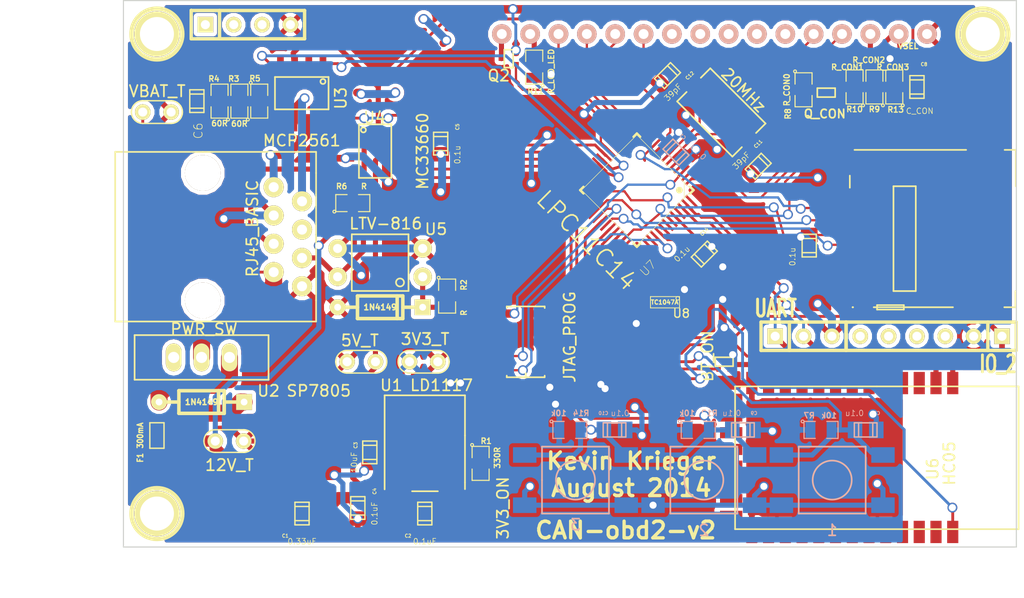
<source format=kicad_pcb>
(kicad_pcb (version 3) (host pcbnew "(2013-05-18 BZR 4017)-stable")
  (title_block (title obd2) (rev 2) (company "Kevin Krieger"))
  (layers (15 F.Cu power) (0 B.Cu signal) (18 B.Paste user) (19 F.Paste user) (20 B.SilkS user) (21 F.SilkS user) (22 B.Mask user) (23 F.Mask user) (28 Edge.Cuts user))
  (net 0 "")
  (net 1 +12V)
  (net 2 +3.3V)
  (net 3 +5V)
  (net 4 BT_KEY)
  (net 5 BT_ON)
  (net 6 BT_RESET)
  (net 7 Button1)
  (net 8 Button2)
  (net 9 Button3)
  (net 10 CAN_H)
  (net 11 CAN_L)
  (net 12 CAN_RXD)
  (net 13 CAN_TXD)
  (net 14 CAN_XCVR_RS)
  (net 15 CARD_DETECT)
  (net 16 GND)
  (net 17 K_LINE)
  (net 18 K_LINE_EN)
  (net 19 K_LINE_RX)
  (net 20 K_LINE_TX)
  (net 21 LCD_CONT)
  (net 22 LCD_DB4)
  (net 23 LCD_DB5)
  (net 24 LCD_DB6)
  (net 25 LCD_DB7)
  (net 26 LCD_LED)
  (net 27 LCD_RS)
  (net 28 LCD_RW)
  (net 29 L_LINE)
  (net 30 L_LINE_CONTROL)
  (net 31 N-0000018)
  (net 32 N-0000019)
  (net 33 N-0000020)
  (net 34 N-0000033)
  (net 35 N-000006)
  (net 36 N-0000065)
  (net 37 N-000007)
  (net 38 N-0000072)
  (net 39 N-0000074)
  (net 40 N-0000081)
  (net 41 N-0000083)
  (net 42 N-0000084)
  (net 43 N-0000088)
  (net 44 N-000009)
  (net 45 N-0000095)
  (net 46 SPI_MISO)
  (net 47 SPI_MOSI)
  (net 48 SPI_SCK)
  (net 49 SPI_SSEL)
  (net 50 SWCLK)
  (net 51 SWDIO)
  (net 52 TEMP)
  (net 53 UART_RXD)
  (net 54 UART_TXD)
  (net 55 VBAT)
  (net 56 ~RESET)
  (module GRPB052VWQS-RC (layer F.Cu) (at 82.042 165.608 90)
    (fp_text reference P1 hide)
    (fp_text value JTAG_PROG (at 0.438 3.936 90) (layer F.SilkS))
    (pad 4 smd rect (at -1.27 -2.125 90) (size 0.74 1.85) (layers F.Cu F.Paste F.Mask) (net 50 SWCLK))
    (pad 6 smd rect (at 0 -2.125 90) (size 0.74 1.85) (layers F.Cu F.Paste F.Mask))
    (pad 8 smd rect (at 1.27 -2.125 90) (size 0.74 1.85) (layers F.Cu F.Paste F.Mask))
    (pad 10 smd rect (at 2.54 -2.125 90) (size 0.74 1.85) (layers F.Cu F.Paste F.Mask) (net 56 ~RESET))
    (pad 1 smd rect (at -2.54 2.125 90) (size 0.74 1.85) (layers F.Cu F.Paste F.Mask) (net 2 +3.3V))
    (pad 3 smd rect (at -1.27 2.125 90) (size 0.74 1.85) (layers F.Cu F.Paste F.Mask) (net 16 GND))
    (pad 5 smd rect (at 0 2.125 90) (size 0.74 1.85) (layers F.Cu F.Paste F.Mask) (net 16 GND))
    (pad 7 smd rect (at 1.27 2.125 90) (size 0.74 1.85) (layers F.Cu F.Paste F.Mask))
    (pad 9 smd rect (at 2.54 2.125 90) (size 0.74 1.85) (layers F.Cu F.Paste F.Mask) (net 16 GND))
    (pad 2 smd rect (at -2.54 -2.125 90) (size 0.74 1.85) (layers F.Cu F.Paste F.Mask) (net 51 SWDIO))
  )
  (module SOT523 (layer F.Cu) (at 80.518 140.208 90)
    (fp_text reference Q2 (at -1.524 -0.889 180) (layer F.SilkS))
    (fp_text value MOSFET_N hide)
    (pad S smd rect (at 0.5 0.65 90) (size 0.4 0.51) (layers F.Cu F.Paste F.Mask) (net 16 GND))
    (pad G smd rect (at -0.5 0.65 90) (size 0.4 0.51) (layers F.Cu F.Paste F.Mask) (net 26 LCD_LED))
    (pad D smd rect (at 0 -0.65 90) (size 0.4 0.51) (layers F.Cu F.Paste F.Mask) (net 41 N-0000083))
  )
  (module SOT523 (layer F.Cu) (at 108.966 143.256)
    (fp_text reference Q1 hide)
    (fp_text value Q_CON (at -0.127 1.905) (layer F.SilkS) (effects (font (size 0.762 0.762))))
    (pad S smd rect (at 0.5 0.65) (size 0.4 0.51) (layers F.Cu F.Paste F.Mask) (net 16 GND))
    (pad G smd rect (at -0.5 0.65) (size 0.4 0.51) (layers F.Cu F.Paste F.Mask) (net 40 N-0000081))
    (pad D smd rect (at 0 -0.65) (size 0.4 0.51) (layers F.Cu F.Paste F.Mask) (net 34 N-0000033))
  )
  (module SOT523 (layer F.Cu) (at 99.822 167.386)
    (fp_text reference Q3 hide)
    (fp_text value BT_ON (at -1.5 -0.5 90) (layer F.SilkS))
    (pad S smd rect (at 0.5 0.65) (size 0.4 0.51) (layers F.Cu F.Paste F.Mask) (net 36 N-0000065))
    (pad G smd rect (at -0.5 0.65) (size 0.4 0.51) (layers F.Cu F.Paste F.Mask) (net 5 BT_ON))
    (pad D smd rect (at 0 -0.65) (size 0.4 0.51) (layers F.Cu F.Paste F.Mask) (net 2 +3.3V))
  )
  (module SOT23 (layer F.Cu) (at 94.488 162.052 180)
    (fp_text reference U8 (at -1.5 -1 180) (layer F.SilkS) (effects (font (size 0.762 0.762) (thickness 0.11938))))
    (fp_text value TC1047A (at 0 0 180) (layer F.SilkS) (effects (font (size 0.381 0.381) (thickness 0.09525))))
    (pad 3 smd rect (at 0 -1.09982 180) (size 0.8001 1.00076) (layers F.Cu F.Paste F.Mask) (net 16 GND))
    (pad 2 smd rect (at 0.9525 1.09982 180) (size 0.8001 1.00076) (layers F.Cu F.Paste F.Mask) (net 52 TEMP))
    (pad 1 smd rect (at -0.9525 1.09982 180) (size 0.8001 1.00076) (layers F.Cu F.Paste F.Mask) (net 2 +3.3V))
  )
  (module SM0805 (layer B.Cu) (at 97.5 173.5)
    (fp_text reference R12 (at 1 -1.5) (layer B.SilkS) (effects (font (size 0.50038 0.50038) (thickness 0.10922)) (justify mirror)))
    (fp_text value 10k (at -1 -1.5) (layer B.SilkS) (effects (font (size 0.50038 0.50038) (thickness 0.10922)) (justify mirror)))
    (pad 1 smd rect (at -0.9525 0) (size 0.889 1.397) (layers B.Cu B.Paste B.Mask) (net 2 +3.3V))
    (pad 2 smd rect (at 0.9525 0) (size 0.889 1.397) (layers B.Cu B.Paste B.Mask) (net 8 Button2))
  )
  (module SM0805 (layer B.Cu) (at 86 173.5)
    (fp_text reference R14 (at 1 -1.5) (layer B.SilkS) (effects (font (size 0.50038 0.50038) (thickness 0.10922)) (justify mirror)))
    (fp_text value 10k (at -1 -1.5) (layer B.SilkS) (effects (font (size 0.50038 0.50038) (thickness 0.10922)) (justify mirror)))
    (pad 1 smd rect (at -0.9525 0) (size 0.889 1.397) (layers B.Cu B.Paste B.Mask) (net 2 +3.3V))
    (pad 2 smd rect (at 0.9525 0) (size 0.889 1.397) (layers B.Cu B.Paste B.Mask) (net 9 Button3))
  )
  (module SM0805 (layer F.Cu) (at 115.062 142.748 90)
    (fp_text reference R13 (at -2.032 0.127 180) (layer F.SilkS) (effects (font (size 0.50038 0.50038) (thickness 0.10922))))
    (fp_text value R_CON3 (at 1.778 -0.127 180) (layer F.SilkS) (effects (font (size 0.50038 0.50038) (thickness 0.10922))))
    (pad 1 smd rect (at -0.9525 0 90) (size 0.889 1.397) (layers F.Cu F.Paste F.Mask) (net 16 GND))
    (pad 2 smd rect (at 0.9525 0 90) (size 0.889 1.397) (layers F.Cu F.Paste F.Mask) (net 38 N-0000072))
  )
  (module LQFP48 (layer F.Cu) (at 92 152 135)
    (fp_text reference U7 (at -5.656854 -4.242641 225) (layer F.SilkS) (effects (font (size 0.762 0.762) (thickness 0.0508))))
    (fp_text value LPC11C14 (at 0 -6.363961 135) (layer F.SilkS) (effects (font (size 1.524 1.524))))
    (pad 1 smd rect (at -2.75 4.146967 45) (size 1.406066 0.23) (layers F.Cu F.Paste F.Mask) (net 27 LCD_RS))
    (pad 2 smd rect (at -2.25 4.146967 45) (size 1.406066 0.23) (layers F.Cu F.Paste F.Mask) (net 28 LCD_RW))
    (pad 3 smd rect (at -1.75 4.146967 45) (size 1.406066 0.23) (layers F.Cu F.Paste F.Mask) (net 56 ~RESET))
    (pad 4 smd rect (at -1.25 4.146967 45) (size 1.406066 0.23) (layers F.Cu F.Paste F.Mask))
    (pad 5 smd rect (at -0.75 4.146967 45) (size 1.406066 0.23) (layers F.Cu F.Paste F.Mask) (net 16 GND))
    (pad 6 smd rect (at -0.25 4.146967 45) (size 1.406066 0.23) (layers F.Cu F.Paste F.Mask) (net 45 N-0000095))
    (pad 7 smd rect (at 0.25 4.146967 45) (size 1.406066 0.23) (layers F.Cu F.Paste F.Mask) (net 43 N-0000088))
    (pad 8 smd rect (at 0.75 4.146967 45) (size 1.406066 0.23) (layers F.Cu F.Paste F.Mask) (net 2 +3.3V))
    (pad 9 smd rect (at 1.25 4.146967 45) (size 1.406066 0.23) (layers F.Cu F.Paste F.Mask) (net 22 LCD_DB4))
    (pad 10 smd rect (at 1.75 4.146967 45) (size 1.406066 0.23) (layers F.Cu F.Paste F.Mask) (net 49 SPI_SSEL))
    (pad 11 smd rect (at 2.25 4.146967 45) (size 1.406066 0.23) (layers F.Cu F.Paste F.Mask) (net 23 LCD_DB5))
    (pad 12 smd rect (at 2.75 4.146967 45) (size 1.406066 0.23) (layers F.Cu F.Paste F.Mask) (net 24 LCD_DB6))
    (pad 13 smd rect (at 4.146967 2.75 135) (size 1.406066 0.23) (layers F.Cu F.Paste F.Mask) (net 25 LCD_DB7))
    (pad 14 smd rect (at 4.146967 2.25 135) (size 1.406066 0.23) (layers F.Cu F.Paste F.Mask))
    (pad 15 smd rect (at 4.146967 1.75 135) (size 1.406066 0.23) (layers F.Cu F.Paste F.Mask))
    (pad 16 smd rect (at 4.146967 1.25 135) (size 1.406066 0.23) (layers F.Cu F.Paste F.Mask))
    (pad 17 smd rect (at 4.146967 0.75 135) (size 1.406066 0.23) (layers F.Cu F.Paste F.Mask) (net 26 LCD_LED))
    (pad 18 smd rect (at 4.146967 0.25 135) (size 1.406066 0.23) (layers F.Cu F.Paste F.Mask) (net 14 CAN_XCVR_RS))
    (pad 19 smd rect (at 4.146967 -0.25 135) (size 1.406066 0.23) (layers F.Cu F.Paste F.Mask) (net 12 CAN_RXD))
    (pad 20 smd rect (at 4.146967 -0.75 135) (size 1.406066 0.23) (layers F.Cu F.Paste F.Mask) (net 13 CAN_TXD))
    (pad 21 smd rect (at 4.146967 -1.25 135) (size 1.406066 0.23) (layers F.Cu F.Paste F.Mask) (net 18 K_LINE_EN))
    (pad 22 smd rect (at 4.146967 -1.75 135) (size 1.406066 0.23) (layers F.Cu F.Paste F.Mask) (net 19 K_LINE_RX))
    (pad 23 smd rect (at 4.146967 -2.25 135) (size 1.406066 0.23) (layers F.Cu F.Paste F.Mask) (net 20 K_LINE_TX))
    (pad 24 smd rect (at 4.146967 -2.75 135) (size 1.406066 0.23) (layers F.Cu F.Paste F.Mask) (net 30 L_LINE_CONTROL))
    (pad 25 smd rect (at 2.75 -4.146967 225) (size 1.406066 0.23) (layers F.Cu F.Paste F.Mask) (net 9 Button3))
    (pad 26 smd rect (at 2.25 -4.146967 225) (size 1.406066 0.23) (layers F.Cu F.Paste F.Mask) (net 8 Button2))
    (pad 27 smd rect (at 1.75 -4.146967 225) (size 1.406066 0.23) (layers F.Cu F.Paste F.Mask) (net 46 SPI_MISO))
    (pad 28 smd rect (at 1.25 -4.146967 225) (size 1.406066 0.23) (layers F.Cu F.Paste F.Mask) (net 47 SPI_MOSI))
    (pad 29 smd rect (at 0.75 -4.146967 225) (size 1.406066 0.23) (layers F.Cu F.Paste F.Mask) (net 50 SWCLK))
    (pad 30 smd rect (at 0.25 -4.146967 225) (size 1.406066 0.23) (layers F.Cu F.Paste F.Mask) (net 4 BT_KEY))
    (pad 31 smd rect (at -0.25 -4.146967 225) (size 1.406066 0.23) (layers F.Cu F.Paste F.Mask) (net 48 SPI_SCK))
    (pad 32 smd rect (at -0.75 -4.146967 225) (size 1.406066 0.23) (layers F.Cu F.Paste F.Mask) (net 5 BT_ON))
    (pad 33 smd rect (at -1.25 -4.146967 225) (size 1.406066 0.23) (layers F.Cu F.Paste F.Mask) (net 7 Button1))
    (pad 34 smd rect (at -1.75 -4.146967 225) (size 1.406066 0.23) (layers F.Cu F.Paste F.Mask) (net 6 BT_RESET))
    (pad 35 smd rect (at -2.25 -4.146967 225) (size 1.406066 0.23) (layers F.Cu F.Paste F.Mask) (net 21 LCD_CONT))
    (pad 36 smd rect (at -2.75 -4.146967 225) (size 1.406066 0.23) (layers F.Cu F.Paste F.Mask) (net 15 CARD_DETECT))
    (pad 37 smd rect (at -4.146967 -2.75 315) (size 1.406066 0.23) (layers F.Cu F.Paste F.Mask))
    (pad 38 smd rect (at -4.146967 -2.25 315) (size 1.406066 0.23) (layers F.Cu F.Paste F.Mask))
    (pad 39 smd rect (at -4.146967 -1.75 315) (size 1.406066 0.23) (layers F.Cu F.Paste F.Mask) (net 51 SWDIO))
    (pad 40 smd rect (at -4.146967 -1.25 315) (size 1.406066 0.23) (layers F.Cu F.Paste F.Mask) (net 52 TEMP))
    (pad 41 smd rect (at -4.146967 -0.75 315) (size 1.406066 0.23) (layers F.Cu F.Paste F.Mask) (net 16 GND))
    (pad 42 smd rect (at -4.146967 -0.25 315) (size 1.406066 0.23) (layers F.Cu F.Paste F.Mask))
    (pad 43 smd rect (at -4.146967 0.25 315) (size 1.406066 0.23) (layers F.Cu F.Paste F.Mask))
    (pad 44 smd rect (at -4.146967 0.75 315) (size 1.406066 0.23) (layers F.Cu F.Paste F.Mask) (net 2 +3.3V))
    (pad 45 smd rect (at -4.146967 1.25 315) (size 1.406066 0.23) (layers F.Cu F.Paste F.Mask))
    (pad 46 smd rect (at -4.146967 1.75 315) (size 1.406066 0.23) (layers F.Cu F.Paste F.Mask) (net 53 UART_RXD))
    (pad 47 smd rect (at -4.146967 2.25 315) (size 1.406066 0.23) (layers F.Cu F.Paste F.Mask) (net 54 UART_TXD))
    (pad 48 smd rect (at -4.146967 2.75 315) (size 1.406066 0.23) (layers F.Cu F.Paste F.Mask))
  )
  (module HC05 (layer F.Cu) (at 113.5 176 270)
    (fp_text reference U6 (at 1 -5 270) (layer F.SilkS))
    (fp_text value HC05 (at 0.5 -6.5 270) (layer F.SilkS))
    (pad 1 smd rect (at -6.7 -6.8 270) (size 2 1) (layers F.Cu F.Paste F.Mask) (net 53 UART_RXD))
    (pad 2 smd rect (at -6.7 -5.3 270) (size 2 1) (layers F.Cu F.Paste F.Mask) (net 54 UART_TXD))
    (pad 3 smd rect (at -6.7 -3.8 270) (size 2 1) (layers F.Cu F.Paste F.Mask))
    (pad 4 smd rect (at -6.7 -2.3 270) (size 2 1) (layers F.Cu F.Paste F.Mask))
    (pad 5 smd rect (at -6.7 -0.8 270) (size 2 1) (layers F.Cu F.Paste F.Mask))
    (pad 6 smd rect (at -6.7 0.7 270) (size 2 1) (layers F.Cu F.Paste F.Mask))
    (pad 7 smd rect (at -6.7 2.2 270) (size 2 1) (layers F.Cu F.Paste F.Mask))
    (pad 8 smd rect (at -6.7 3.7 270) (size 2 1) (layers F.Cu F.Paste F.Mask))
    (pad 9 smd rect (at -6.7 5.2 270) (size 2 1) (layers F.Cu F.Paste F.Mask))
    (pad 10 smd rect (at -6.7 6.7 270) (size 2 1) (layers F.Cu F.Paste F.Mask))
    (pad 11 smd rect (at -6.7 8.2 270) (size 2 1) (layers F.Cu F.Paste F.Mask) (net 6 BT_RESET))
    (pad 12 smd rect (at -6.7 9.7 270) (size 2 1) (layers F.Cu F.Paste F.Mask) (net 36 N-0000065))
    (pad 13 smd rect (at -6.7 11.2 270) (size 2 1) (layers F.Cu F.Paste F.Mask) (net 16 GND))
    (pad 14 smd rect (at -5.25 13.05) (size 2 1) (layers F.Cu F.Paste F.Mask))
    (pad 15 smd rect (at -3.75 13.05) (size 2 1) (layers F.Cu F.Paste F.Mask))
    (pad 16 smd rect (at -2.25 13.05) (size 2 1) (layers F.Cu F.Paste F.Mask))
    (pad 17 smd rect (at -0.75 13.05) (size 2 1) (layers F.Cu F.Paste F.Mask))
    (pad 18 smd rect (at 0.75 13.05) (size 2 1) (layers F.Cu F.Paste F.Mask))
    (pad 19 smd rect (at 2.25 13.05) (size 2 1) (layers F.Cu F.Paste F.Mask))
    (pad 20 smd rect (at 3.75 13.05) (size 2 1) (layers F.Cu F.Paste F.Mask))
    (pad 21 smd rect (at 5.25 13.05) (size 2 1) (layers F.Cu F.Paste F.Mask) (net 16 GND))
    (pad 22 smd rect (at 6.65 11.2 270) (size 2 1) (layers F.Cu F.Paste F.Mask) (net 16 GND))
    (pad 23 smd rect (at 6.65 9.7 270) (size 2 1) (layers F.Cu F.Paste F.Mask))
    (pad 24 smd rect (at 6.65 8.2 270) (size 2 1) (layers F.Cu F.Paste F.Mask))
    (pad 25 smd rect (at 6.65 6.7 270) (size 2 1) (layers F.Cu F.Paste F.Mask))
    (pad 26 smd rect (at 6.65 5.2 270) (size 2 1) (layers F.Cu F.Paste F.Mask))
    (pad 27 smd rect (at 6.65 3.7 270) (size 2 1) (layers F.Cu F.Paste F.Mask))
    (pad 28 smd rect (at 6.65 2.2 270) (size 2 1) (layers F.Cu F.Paste F.Mask))
    (pad 29 smd rect (at 6.65 0.7 270) (size 2 1) (layers F.Cu F.Paste F.Mask))
    (pad 30 smd rect (at 6.65 -0.8 270) (size 2 1) (layers F.Cu F.Paste F.Mask))
    (pad 31 smd rect (at 6.65 -2.3 270) (size 2 1) (layers F.Cu F.Paste F.Mask))
    (pad 32 smd rect (at 6.65 -3.8 270) (size 2 1) (layers F.Cu F.Paste F.Mask))
    (pad 33 smd rect (at 6.65 -5.3 270) (size 2 1) (layers F.Cu F.Paste F.Mask))
    (pad 34 smd rect (at 6.65 -6.8 270) (size 2 1) (layers F.Cu F.Paste F.Mask) (net 4 BT_KEY))
  )
  (module FSM4JSMA_pushbutton (layer B.Cu) (at 109.5 178 270)
    (fp_text reference SW2 hide)
    (fp_text value 1 (at 4.5 0 360) (layer B.SilkS) (effects (justify mirror)))
    (pad 1 smd rect (at 2.25 4.55 270) (size 1.4 2.1) (layers B.Cu B.Paste B.Mask) (net 16 GND))
    (pad 1 smd rect (at 2.25 -4.55 270) (size 1.4 2.1) (layers B.Cu B.Paste B.Mask) (net 16 GND))
    (pad 2 smd rect (at -2.25 4.55 270) (size 1.4 2.1) (layers B.Cu B.Paste B.Mask) (net 7 Button1))
    (pad 2 smd rect (at -2.25 -4.55 270) (size 1.4 2.1) (layers B.Cu B.Paste B.Mask) (net 7 Button1))
  )
  (module FSM4JSMA_pushbutton (layer B.Cu) (at 98 178 270)
    (fp_text reference SW3 hide)
    (fp_text value 2 (at 4.5 0 360) (layer B.SilkS) (effects (justify mirror)))
    (pad 1 smd rect (at 2.25 4.55 270) (size 1.4 2.1) (layers B.Cu B.Paste B.Mask) (net 16 GND))
    (pad 1 smd rect (at 2.25 -4.55 270) (size 1.4 2.1) (layers B.Cu B.Paste B.Mask) (net 16 GND))
    (pad 2 smd rect (at -2.25 4.55 270) (size 1.4 2.1) (layers B.Cu B.Paste B.Mask) (net 8 Button2))
    (pad 2 smd rect (at -2.25 -4.55 270) (size 1.4 2.1) (layers B.Cu B.Paste B.Mask) (net 8 Button2))
  )
  (module DO-35 (layer F.Cu) (at 69 162.5)
    (fp_text reference D3 hide)
    (fp_text value 1N4149 (at 0 0) (layer F.SilkS) (effects (font (size 0.508 0.508) (thickness 0.127))))
    (pad 2 thru_hole rect (at 3.81 0) (size 1.4224 1.4224) (drill 0.6096) (layers *.Cu *.Mask F.SilkS) (net 31 N-0000018))
    (pad 1 thru_hole circle (at -3.81 0) (size 1.4224 1.4224) (drill 0.6096) (layers *.Cu *.Mask F.SilkS) (net 16 GND))
  )
  (module c_0805 (layer F.Cu) (at 98.044 157.734 45)
    (fp_text reference C14 (at 1.414214 -1.414214 45) (layer F.SilkS) (effects (font (size 0.29972 0.29972) (thickness 0.06096))))
    (fp_text value 0.1u (at -1.414214 -1.414214 45) (layer F.SilkS) (effects (font (size 0.508 0.508) (thickness 0.06096))))
    (pad 1 smd rect (at 0.9525 0 45) (size 1.30048 1.4986) (layers F.Cu F.Paste F.Mask) (net 2 +3.3V))
    (pad 2 smd rect (at -0.9525 0 45) (size 1.30048 1.4986) (layers F.Cu F.Paste F.Mask) (net 16 GND))
  )
  (module c_0805 (layer F.Cu) (at 107.442 156.972 90)
    (fp_text reference C15 hide)
    (fp_text value 0.1u (at -1 -1.5 90) (layer F.SilkS) (effects (font (size 0.508 0.508) (thickness 0.06096))))
    (pad 1 smd rect (at 0.9525 0 90) (size 1.30048 1.4986) (layers F.Cu F.Paste F.Mask) (net 2 +3.3V))
    (pad 2 smd rect (at -0.9525 0 90) (size 1.30048 1.4986) (layers F.Cu F.Paste F.Mask) (net 16 GND))
  )
  (module DIP_4 (layer F.Cu) (at 69 158.5 180)
    (fp_text reference U5 (at -5 3 180) (layer F.SilkS))
    (fp_text value LTV-816 (at -0.5 3.5 180) (layer F.SilkS))
    (pad 1 thru_hole circle (at -3.81 -1.27 180) (size 1.651 1.651) (drill 0.8128) (layers *.Cu *.Mask F.SilkS) (net 31 N-0000018))
    (pad 2 thru_hole circle (at -3.81 1.27 180) (size 1.651 1.651) (drill 0.8128) (layers *.Cu *.Mask F.SilkS) (net 16 GND))
    (pad 3 thru_hole circle (at 3.81 1.27 180) (size 1.651 1.651) (drill 0.8128) (layers *.Cu *.Mask F.SilkS) (net 16 GND))
    (pad 4 thru_hole circle (at 3.81 -1.27 180) (size 1.651 1.651) (drill 0.8128) (layers *.Cu *.Mask F.SilkS) (net 29 L_LINE))
  )
  (module FSM4JSMA_pushbutton (layer B.Cu) (at 86.5 178 270)
    (fp_text reference SW4 hide)
    (fp_text value 3 (at 4 0 360) (layer B.SilkS) (effects (justify mirror)))
    (pad 1 smd rect (at 2.25 4.55 270) (size 1.4 2.1) (layers B.Cu B.Paste B.Mask) (net 16 GND))
    (pad 1 smd rect (at 2.25 -4.55 270) (size 1.4 2.1) (layers B.Cu B.Paste B.Mask) (net 16 GND))
    (pad 2 smd rect (at -2.25 4.55 270) (size 1.4 2.1) (layers B.Cu B.Paste B.Mask) (net 9 Button3))
    (pad 2 smd rect (at -2.25 -4.55 270) (size 1.4 2.1) (layers B.Cu B.Paste B.Mask) (net 9 Button3))
  )
  (module TO-252-3 (layer F.Cu) (at 62 174.5)
    (fp_text reference U2 (at -3 -4.5) (layer F.SilkS))
    (fp_text value SP7805 (at 1.5 -4.5) (layer F.SilkS))
    (pad 2 smd rect (at 0 0) (size 7 7) (layers F.Cu F.Paste F.Mask) (net 16 GND))
    (pad 1 smd rect (at -2.3 6.75) (size 1.5 2.5) (layers F.Cu F.Paste F.Mask) (net 1 +12V))
    (pad 3 smd rect (at 2.3 6.75) (size 1.5 2.5) (layers F.Cu F.Paste F.Mask) (net 3 +5V))
  )
  (module TEST_POINT_2PADS (layer F.Cu) (at 49 145)
    (fp_text reference W2 hide)
    (fp_text value VBAT_T (at 0.022 -1.871) (layer F.SilkS) (effects (font (size 1.016 1.016) (thickness 0.1524))))
    (pad 1 thru_hole circle (at -1.27 0) (size 1.397 1.397) (drill 0.8128) (layers *.Cu *.Mask F.SilkS) (net 55 VBAT))
    (pad 2 thru_hole circle (at 1.27 0) (size 1.397 1.397) (drill 0.8128) (layers *.Cu *.Mask F.SilkS) (net 16 GND))
  )
  (module TEST_POINT_2PADS (layer F.Cu) (at 67.31 167.386 180)
    (fp_text reference W3 hide)
    (fp_text value 5V_T (at 0.127 1.905 180) (layer F.SilkS) (effects (font (size 1.016 1.016) (thickness 0.1524))))
    (pad 1 thru_hole circle (at -1.27 0 180) (size 1.397 1.397) (drill 0.8128) (layers *.Cu *.Mask F.SilkS) (net 3 +5V))
    (pad 2 thru_hole circle (at 1.27 0 180) (size 1.397 1.397) (drill 0.8128) (layers *.Cu *.Mask F.SilkS) (net 16 GND))
  )
  (module TEST_POINT_2PADS (layer F.Cu) (at 72.898 167.386)
    (fp_text reference W4 hide)
    (fp_text value 3V3_T (at 0.127 -2.032) (layer F.SilkS) (effects (font (size 1.016 1.016) (thickness 0.1524))))
    (pad 1 thru_hole circle (at -1.27 0) (size 1.397 1.397) (drill 0.8128) (layers *.Cu *.Mask F.SilkS) (net 2 +3.3V))
    (pad 2 thru_hole circle (at 1.27 0) (size 1.397 1.397) (drill 0.8128) (layers *.Cu *.Mask F.SilkS) (net 16 GND))
  )
  (module TEST_POINT_2PADS (layer F.Cu) (at 55.5 174.5)
    (fp_text reference W1 hide)
    (fp_text value 12V_T (at -0.001 2.157) (layer F.SilkS) (effects (font (size 1.016 1.016) (thickness 0.1524))))
    (pad 1 thru_hole circle (at -1.27 0) (size 1.397 1.397) (drill 0.8128) (layers *.Cu *.Mask F.SilkS) (net 1 +12V))
    (pad 2 thru_hole circle (at 1.27 0) (size 1.397 1.397) (drill 0.8128) (layers *.Cu *.Mask F.SilkS) (net 16 GND))
  )
  (module SOLDER_JUMPER_3 (layer F.Cu) (at 115.316 140.081)
    (fp_text reference JP1 hide)
    (fp_text value VSEL (at 1 -1) (layer F.SilkS) (effects (font (size 0.508 0.508) (thickness 0.127))))
    (pad 1 smd rect (at -0.375 0) (size 0.5 1) (layers F.Cu F.Paste F.Mask) (net 2 +3.3V) (clearance 0.125))
    (pad 2 smd rect (at 0.375 0) (size 0.5 1) (layers F.Cu F.Paste F.Mask) (net 39 N-0000074) (clearance 0.125))
    (pad 3 smd rect (at 1.125 0) (size 0.5 1) (layers F.Cu F.Paste F.Mask) (net 3 +5V) (clearance 0.125))
  )
  (module SOIC-8-Narrow (layer F.Cu) (at 68.5 148.5 270)
    (fp_text reference U4 (at -3 0 360) (layer F.SilkS))
    (fp_text value MC33660 (at 0 -4.3 270) (layer F.SilkS))
    (pad 2 smd rect (at -0.63 2.6 270) (size 0.6 1.55) (layers F.Cu F.Paste F.Mask))
    (pad 3 smd rect (at 0.64 2.6 270) (size 0.6 1.55) (layers F.Cu F.Paste F.Mask) (net 16 GND))
    (pad 4 smd rect (at 1.91 2.6 270) (size 0.6 1.55) (layers F.Cu F.Paste F.Mask) (net 17 K_LINE))
    (pad 8 smd rect (at -1.9 -2.7 270) (size 0.6 1.55) (layers F.Cu F.Paste F.Mask) (net 18 K_LINE_EN))
    (pad 7 smd rect (at -0.63 -2.7 270) (size 0.6 1.55) (layers F.Cu F.Paste F.Mask) (net 3 +5V))
    (pad 6 smd rect (at 0.7 -2.7 270) (size 0.6 1.55) (layers F.Cu F.Paste F.Mask) (net 19 K_LINE_RX))
    (pad 5 smd rect (at 1.91 -2.7 270) (size 0.6 1.55) (layers F.Cu F.Paste F.Mask) (net 20 K_LINE_TX))
    (pad 1 smd rect (at -1.9 2.6 270) (size 0.6 1.55) (layers F.Cu F.Paste F.Mask) (net 1 +12V))
  )
  (module SOIC-8-Narrow (layer F.Cu) (at 61.976 143.256 180)
    (fp_text reference U3 (at -3.5 -0.5 270) (layer F.SilkS))
    (fp_text value MCP2561 (at 0 -4.3 180) (layer F.SilkS))
    (pad 2 smd rect (at -0.63 2.6 180) (size 0.6 1.55) (layers F.Cu F.Paste F.Mask) (net 16 GND))
    (pad 3 smd rect (at 0.64 2.6 180) (size 0.6 1.55) (layers F.Cu F.Paste F.Mask) (net 3 +5V))
    (pad 4 smd rect (at 1.91 2.6 180) (size 0.6 1.55) (layers F.Cu F.Paste F.Mask) (net 12 CAN_RXD))
    (pad 8 smd rect (at -1.9 -2.7 180) (size 0.6 1.55) (layers F.Cu F.Paste F.Mask) (net 14 CAN_XCVR_RS))
    (pad 7 smd rect (at -0.63 -2.7 180) (size 0.6 1.55) (layers F.Cu F.Paste F.Mask) (net 10 CAN_H))
    (pad 6 smd rect (at 0.7 -2.7 180) (size 0.6 1.55) (layers F.Cu F.Paste F.Mask) (net 11 CAN_L))
    (pad 5 smd rect (at 1.91 -2.7 180) (size 0.6 1.55) (layers F.Cu F.Paste F.Mask) (net 33 N-0000020))
    (pad 1 smd rect (at -1.9 2.6 180) (size 0.6 1.55) (layers F.Cu F.Paste F.Mask) (net 13 CAN_TXD))
  )
  (module SM0805 (layer B.Cu) (at 108.5 173.5)
    (fp_text reference R7 (at -1.058 -1.288) (layer B.SilkS) (effects (font (size 0.50038 0.50038) (thickness 0.10922)) (justify mirror)))
    (fp_text value 10k (at 0.72 -1.288) (layer B.SilkS) (effects (font (size 0.50038 0.50038) (thickness 0.10922)) (justify mirror)))
    (pad 1 smd rect (at -0.9525 0) (size 0.889 1.397) (layers B.Cu B.Paste B.Mask) (net 2 +3.3V))
    (pad 2 smd rect (at 0.9525 0) (size 0.889 1.397) (layers B.Cu B.Paste B.Mask) (net 7 Button1))
  )
  (module SM0805 (layer F.Cu) (at 66.548 153.162)
    (fp_text reference R6 (at -1 -1.5) (layer F.SilkS) (effects (font (size 0.50038 0.50038) (thickness 0.10922))))
    (fp_text value R (at 1 -1.5) (layer F.SilkS) (effects (font (size 0.50038 0.50038) (thickness 0.10922))))
    (pad 1 smd rect (at -0.9525 0) (size 0.889 1.397) (layers F.Cu F.Paste F.Mask) (net 1 +12V))
    (pad 2 smd rect (at 0.9525 0) (size 0.889 1.397) (layers F.Cu F.Paste F.Mask) (net 29 L_LINE))
  )
  (module SM0805 (layer F.Cu) (at 75 161.5 270)
    (fp_text reference R2 (at -1 -1.5 270) (layer F.SilkS) (effects (font (size 0.50038 0.50038) (thickness 0.10922))))
    (fp_text value R (at 1.5 -1.5 270) (layer F.SilkS) (effects (font (size 0.50038 0.50038) (thickness 0.10922))))
    (pad 1 smd rect (at -0.9525 0 270) (size 0.889 1.397) (layers F.Cu F.Paste F.Mask) (net 30 L_LINE_CONTROL))
    (pad 2 smd rect (at 0.9525 0 270) (size 0.889 1.397) (layers F.Cu F.Paste F.Mask) (net 31 N-0000018))
  )
  (module SM0805 (layer F.Cu) (at 106.934 143.002 270)
    (fp_text reference R8 (at 2.159 1.397 270) (layer F.SilkS) (effects (font (size 0.50038 0.50038) (thickness 0.10922))))
    (fp_text value R_CON0 (at 0 1.5 270) (layer F.SilkS) (effects (font (size 0.50038 0.50038) (thickness 0.10922))))
    (pad 1 smd rect (at -0.9525 0 270) (size 0.889 1.397) (layers F.Cu F.Paste F.Mask) (net 40 N-0000081))
    (pad 2 smd rect (at 0.9525 0 270) (size 0.889 1.397) (layers F.Cu F.Paste F.Mask) (net 21 LCD_CONT))
  )
  (module SM0805 (layer F.Cu) (at 56.388 144.018 90)
    (fp_text reference R3 (at 2 -0.5 180) (layer F.SilkS) (effects (font (size 0.50038 0.50038) (thickness 0.10922))))
    (fp_text value R hide)
    (pad 1 smd rect (at -0.9525 0 90) (size 0.889 1.397) (layers F.Cu F.Paste F.Mask) (net 33 N-0000020))
    (pad 2 smd rect (at 0.9525 0 90) (size 0.889 1.397) (layers F.Cu F.Paste F.Mask) (net 32 N-0000019))
  )
  (module SM0805 (layer F.Cu) (at 58.166 144.018 270)
    (fp_text reference R5 (at -2.032 0.381 360) (layer F.SilkS) (effects (font (size 0.50038 0.50038) (thickness 0.10922))))
    (fp_text value 60R (at 2.032 1.778 360) (layer F.SilkS) (effects (font (size 0.50038 0.50038) (thickness 0.10922))))
    (pad 1 smd rect (at -0.9525 0 270) (size 0.889 1.397) (layers F.Cu F.Paste F.Mask) (net 32 N-0000019))
    (pad 2 smd rect (at 0.9525 0 270) (size 0.889 1.397) (layers F.Cu F.Paste F.Mask) (net 11 CAN_L))
  )
  (module SM0805 (layer F.Cu) (at 54.61 144.018 90)
    (fp_text reference R4 (at 2 -0.5 180) (layer F.SilkS) (effects (font (size 0.50038 0.50038) (thickness 0.10922))))
    (fp_text value 60R (at -2 0 180) (layer F.SilkS) (effects (font (size 0.50038 0.50038) (thickness 0.10922))))
    (pad 1 smd rect (at -0.9525 0 90) (size 0.889 1.397) (layers F.Cu F.Paste F.Mask) (net 10 CAN_H))
    (pad 2 smd rect (at 0.9525 0 90) (size 0.889 1.397) (layers F.Cu F.Paste F.Mask) (net 32 N-0000019))
  )
  (module SM0805 (layer F.Cu) (at 113.284 142.748 90)
    (fp_text reference R9 (at -2 0 180) (layer F.SilkS) (effects (font (size 0.50038 0.50038) (thickness 0.10922))))
    (fp_text value R_CON1 (at 1.778 -2.413 180) (layer F.SilkS) (effects (font (size 0.50038 0.50038) (thickness 0.10922))))
    (pad 1 smd rect (at -0.9525 0 90) (size 0.889 1.397) (layers F.Cu F.Paste F.Mask) (net 34 N-0000033))
    (pad 2 smd rect (at 0.9525 0 90) (size 0.889 1.397) (layers F.Cu F.Paste F.Mask) (net 39 N-0000074))
  )
  (module SM0805 (layer F.Cu) (at 78 176.5 270)
    (fp_text reference R1 (at -2 -0.5 360) (layer F.SilkS) (effects (font (size 0.50038 0.50038) (thickness 0.10922))))
    (fp_text value 330R (at -0.5 -1.5 270) (layer F.SilkS) (effects (font (size 0.50038 0.50038) (thickness 0.10922))))
    (pad 1 smd rect (at -0.9525 0 270) (size 0.889 1.397) (layers F.Cu F.Paste F.Mask) (net 2 +3.3V))
    (pad 2 smd rect (at 0.9525 0 270) (size 0.889 1.397) (layers F.Cu F.Paste F.Mask) (net 44 N-000009))
  )
  (module SM0805 (layer F.Cu) (at 111.506 142.748 90)
    (fp_text reference R10 (at -2 0 180) (layer F.SilkS) (effects (font (size 0.50038 0.50038) (thickness 0.10922))))
    (fp_text value R_CON2 (at 2.413 1.27 180) (layer F.SilkS) (effects (font (size 0.50038 0.50038) (thickness 0.10922))))
    (pad 1 smd rect (at -0.9525 0 90) (size 0.889 1.397) (layers F.Cu F.Paste F.Mask) (net 34 N-0000033))
    (pad 2 smd rect (at 0.9525 0 90) (size 0.889 1.397) (layers F.Cu F.Paste F.Mask) (net 38 N-0000072))
  )
  (module SM0805 (layer F.Cu) (at 82.804 140.97 90)
    (fp_text reference R11 (at -2.159 0.127 180) (layer F.SilkS) (effects (font (size 0.50038 0.50038) (thickness 0.10922))))
    (fp_text value R_LCD_LED (at -0.381 1.524 90) (layer F.SilkS) (effects (font (size 0.50038 0.50038) (thickness 0.10922))))
    (pad 1 smd rect (at -0.9525 0 90) (size 0.889 1.397) (layers F.Cu F.Paste F.Mask) (net 2 +3.3V))
    (pad 2 smd rect (at 0.9525 0 90) (size 0.889 1.397) (layers F.Cu F.Paste F.Mask) (net 42 N-0000084))
  )
  (module SM0603 (layer F.Cu) (at 49 174 90)
    (fp_text reference F1 (at -2 -1.5 90) (layer F.SilkS) (effects (font (size 0.508 0.4572) (thickness 0.1143))))
    (fp_text value 300mA (at 0 -1.5 90) (layer F.SilkS) (effects (font (size 0.508 0.4572) (thickness 0.1143))))
    (pad 1 smd rect (at -0.762 0 90) (size 0.635 1.143) (layers F.Cu F.Paste F.Mask) (net 1 +12V))
    (pad 2 smd rect (at 0.762 0 90) (size 0.635 1.143) (layers F.Cu F.Paste F.Mask) (net 35 N-000006))
  )
  (module SIL-3 (layer F.Cu) (at 106.934 165.1)
    (fp_text reference K1 hide)
    (fp_text value UART (at -2.5 -2.5) (layer F.SilkS) (effects (font (size 1.524 1.016) (thickness 0.254))))
    (pad 1 thru_hole rect (at -2.54 0) (size 1.397 1.397) (drill 0.8128) (layers *.Cu *.Mask F.SilkS) (net 54 UART_TXD))
    (pad 2 thru_hole circle (at 0 0) (size 1.397 1.397) (drill 0.8128) (layers *.Cu *.Mask F.SilkS) (net 53 UART_RXD))
    (pad 3 thru_hole circle (at 2.54 0) (size 1.397 1.397) (drill 0.8128) (layers *.Cu *.Mask F.SilkS) (net 16 GND))
  )
  (module SD_502702_003 (layer F.Cu) (at 110.5 152.5 270)
    (fp_text reference J2 hide)
    (fp_text value MICRO_SD hide)
    (pad 1 smd rect (at 0 0 270) (size 0.8 1.16) (layers F.Cu F.Paste F.Mask) (clearance 0.15))
    (pad 2 smd rect (at 1.1 0 270) (size 0.8 1.16) (layers F.Cu F.Paste F.Mask) (net 49 SPI_SSEL) (clearance 0.15))
    (pad 3 smd rect (at 2.2 0 270) (size 0.8 1.16) (layers F.Cu F.Paste F.Mask) (net 47 SPI_MOSI))
    (pad 4 smd rect (at 3.3 0 270) (size 0.8 1.16) (layers F.Cu F.Paste F.Mask) (net 2 +3.3V))
    (pad 5 smd rect (at 4.4 0 270) (size 0.8 1.16) (layers F.Cu F.Paste F.Mask) (net 48 SPI_SCK))
    (pad 6 smd rect (at 5.5 0 270) (size 0.8 1.16) (layers F.Cu F.Paste F.Mask) (net 16 GND))
    (pad 7 smd rect (at 6.6 0 270) (size 0.8 1.16) (layers F.Cu F.Paste F.Mask) (net 46 SPI_MISO))
    (pad 8 smd rect (at 7.7 0 270) (size 0.8 1.16) (layers F.Cu F.Paste F.Mask))
    (pad 9 smd rect (at 9.2 0 270) (size 1.6 1.16) (layers F.Cu F.Paste F.Mask) (net 16 GND))
    (pad 10 smd rect (at -3.11 0 270) (size 2 1.16) (layers F.Cu F.Paste F.Mask) (net 16 GND))
    (pad 11 smd rect (at 9.785 -1.745 270) (size 1.05 1.25) (layers F.Cu F.Paste F.Mask) (net 16 GND))
    (pad 12 smd rect (at 9.785 -10.87 270) (size 1.05 1.25) (layers F.Cu F.Paste F.Mask) (net 15 CARD_DETECT))
    (pad 13 smd rect (at -4.4 -12.92 270) (size 1 2.5) (layers F.Cu F.Paste F.Mask) (net 16 GND))
    (pad 14 smd rect (at 10.2 -13.07 270) (size 1 2.2) (layers F.Cu F.Paste F.Mask) (net 16 GND))
  )
  (module RJ45 (layer F.Cu) (at 62 153 270)
    (fp_text reference J1 hide)
    (fp_text value RJ45_BASIC (at 2.44 4.448 270) (layer F.SilkS))
    (pad 2 thru_hole circle (at 0 0 270) (size 1.8 1.8) (drill 0.9) (layers *.Cu *.Mask F.SilkS) (net 11 CAN_L))
    (pad 4 thru_hole circle (at 2.54 0 270) (size 1.8 1.8) (drill 0.9) (layers *.Cu *.Mask F.SilkS))
    (pad 6 thru_hole circle (at 5.08 0 270) (size 1.8 1.8) (drill 0.9) (layers *.Cu *.Mask F.SilkS) (net 29 L_LINE))
    (pad 8 thru_hole circle (at 7.62 0 270) (size 1.8 1.8) (drill 0.9) (layers *.Cu *.Mask F.SilkS) (net 16 GND))
    (pad 1 thru_hole circle (at -1.27 2.54 270) (size 1.8 1.8) (drill 0.9) (layers *.Cu *.Mask F.SilkS) (net 10 CAN_H))
    (pad 3 thru_hole circle (at 1.27 2.54 270) (size 1.8 1.8) (drill 0.9) (layers *.Cu *.Mask F.SilkS) (net 16 GND))
    (pad 5 thru_hole circle (at 3.81 2.54 270) (size 1.8 1.8) (drill 0.9) (layers *.Cu *.Mask F.SilkS) (net 17 K_LINE))
    (pad 7 thru_hole circle (at 6.35 2.54 270) (size 1.8 1.8) (drill 0.9) (layers *.Cu *.Mask F.SilkS) (net 55 VBAT))
    (pad "" thru_hole circle (at -2.54 8.89 270) (size 3.2 3.2) (drill 3.2) (layers *.Cu *.Mask F.SilkS))
    (pad "" thru_hole circle (at 8.89 8.89 270) (size 3.2 3.2) (drill 3.2) (layers *.Cu *.Mask F.SilkS))
  )
  (module MMS1208 (layer F.Cu) (at 53 167 180)
    (fp_text reference SW1 hide)
    (fp_text value PWR_SW (at -0.213 2.535 180) (layer F.SilkS))
    (pad 2 thru_hole oval (at 0 0 180) (size 1.4 2.5) (drill 1) (layers *.Cu *.Mask F.SilkS) (net 55 VBAT))
    (pad 1 thru_hole oval (at -2.5 0 180) (size 1.4 2.5) (drill 1) (layers *.Cu *.Mask F.SilkS) (net 37 N-000007))
    (pad 3 thru_hole oval (at 2.5 0 180) (size 1.4 2.5) (drill 1) (layers *.Cu *.Mask F.SilkS))
  )
  (module LED_J_LEAD (layer F.Cu) (at 78 180.5 270)
    (fp_text reference D2 hide)
    (fp_text value 3V3_ON (at 0 -2 270) (layer F.SilkS))
    (pad 1 smd rect (at -1.1 0 270) (size 1 1) (layers F.Cu F.Paste F.Mask) (net 44 N-000009))
    (pad 2 smd rect (at 1.1 0 270) (size 1 1) (layers F.Cu F.Paste F.Mask) (net 16 GND))
  )
  (module GDM1602K (layer B.Cu) (at 118 138 180)
    (fp_text reference LCD1 hide)
    (fp_text value LCD16X2 hide)
    (pad 1 thru_hole circle (at 0 0 180) (size 1.7526 1.7526) (drill 0.889) (layers *.Cu *.Mask B.SilkS) (net 16 GND))
    (pad 2 thru_hole circle (at 2.54 0 180) (size 1.7526 1.7526) (drill 0.889) (layers *.Cu *.Mask B.SilkS) (net 39 N-0000074))
    (pad 3 thru_hole circle (at 5.08 0 180) (size 1.7526 1.7526) (drill 0.889) (layers *.Cu *.Mask B.SilkS) (net 38 N-0000072))
    (pad 4 thru_hole circle (at 7.62 0 180) (size 1.7526 1.7526) (drill 0.889) (layers *.Cu *.Mask B.SilkS) (net 27 LCD_RS))
    (pad 5 thru_hole circle (at 10.16 0 180) (size 1.7526 1.7526) (drill 0.889) (layers *.Cu *.Mask B.SilkS) (net 28 LCD_RW))
    (pad 6 thru_hole circle (at 12.7 0 180) (size 1.7526 1.7526) (drill 0.889) (layers *.Cu *.Mask B.SilkS))
    (pad 7 thru_hole circle (at 15.24 0 180) (size 1.7526 1.7526) (drill 0.889) (layers *.Cu *.Mask B.SilkS))
    (pad 8 thru_hole circle (at 17.78 0 180) (size 1.7526 1.7526) (drill 0.889) (layers *.Cu *.Mask B.SilkS))
    (pad 9 thru_hole circle (at 20.32 0 180) (size 1.7526 1.7526) (drill 0.889) (layers *.Cu *.Mask B.SilkS))
    (pad 10 thru_hole circle (at 22.86 0 180) (size 1.7526 1.7526) (drill 0.889) (layers *.Cu *.Mask B.SilkS))
    (pad 11 thru_hole circle (at 25.4 0 180) (size 1.7526 1.7526) (drill 0.889) (layers *.Cu *.Mask B.SilkS) (net 22 LCD_DB4))
    (pad 12 thru_hole circle (at 27.94 0 180) (size 1.7526 1.7526) (drill 0.889) (layers *.Cu *.Mask B.SilkS) (net 23 LCD_DB5))
    (pad 13 thru_hole circle (at 30.48 0 180) (size 1.7526 1.7526) (drill 0.889) (layers *.Cu *.Mask B.SilkS) (net 24 LCD_DB6))
    (pad 14 thru_hole circle (at 33.02 0 180) (size 1.7526 1.7526) (drill 0.889) (layers *.Cu *.Mask B.SilkS) (net 25 LCD_DB7))
    (pad 15 thru_hole circle (at 35.56 0 180) (size 1.7526 1.7526) (drill 0.889) (layers *.Cu *.Mask B.SilkS) (net 42 N-0000084))
    (pad 16 thru_hole circle (at 38.1 0 180) (size 1.7526 1.7526) (drill 0.889) (layers *.Cu *.Mask B.SilkS) (net 41 N-0000083))
  )
  (module DPAK (layer F.Cu) (at 73 174 270)
    (fp_text reference U1 (at -4.5 3 360) (layer F.SilkS))
    (fp_text value LD1117 (at -4.5 -1.5 360) (layer F.SilkS))
    (pad 2 smd rect (at 0 0 270) (size 6.7 6.7) (layers F.Cu F.Paste F.Mask) (net 2 +3.3V))
    (pad 3 smd rect (at 6.65 -2.3 270) (size 3 1.6) (layers F.Cu F.Paste F.Mask) (net 3 +5V))
    (pad 1 smd rect (at 6.65 2.3 270) (size 3 1.6) (layers F.Cu F.Paste F.Mask) (net 16 GND))
  )
  (module DO-35 (layer F.Cu) (at 53 171)
    (fp_text reference D1 hide)
    (fp_text value 1N4149 (at 0 0) (layer F.SilkS) (effects (font (size 0.508 0.508) (thickness 0.127))))
    (pad 2 thru_hole rect (at 3.81 0) (size 1.4224 1.4224) (drill 0.6096) (layers *.Cu *.Mask F.SilkS) (net 35 N-000006))
    (pad 1 thru_hole circle (at -3.81 0) (size 1.4224 1.4224) (drill 0.6096) (layers *.Cu *.Mask F.SilkS) (net 37 N-000007))
  )
  (module CSM-3X (layer F.Cu) (at 99.568 145.034 135)
    (fp_text reference X1 hide)
    (fp_text value 20MHz (at 0 2.828427 135) (layer F.SilkS))
    (pad 1 smd rect (at -2.75 0 135) (size 3.5 1.2) (layers F.Cu F.Paste F.Mask) (net 45 N-0000095))
    (pad 2 smd rect (at 2.75 0 135) (size 3.5 1.2) (layers F.Cu F.Paste F.Mask) (net 43 N-0000088))
  )
  (module c_0805 (layer F.Cu) (at 74.422 147.828 90)
    (fp_text reference C5 (at 1.5 1.5 90) (layer F.SilkS) (effects (font (size 0.29972 0.29972) (thickness 0.06096))))
    (fp_text value 0.1u (at -1 1.5 90) (layer F.SilkS) (effects (font (size 0.508 0.508) (thickness 0.06096))))
    (pad 1 smd rect (at 0.9525 0 90) (size 1.30048 1.4986) (layers F.Cu F.Paste F.Mask) (net 3 +5V))
    (pad 2 smd rect (at -0.9525 0 90) (size 1.30048 1.4986) (layers F.Cu F.Paste F.Mask) (net 16 GND))
  )
  (module c_0805 (layer B.Cu) (at 95.504 148.59 135)
    (fp_text reference C13 (at 0.707107 1.414214 135) (layer B.SilkS) (effects (font (size 0.29972 0.29972) (thickness 0.06096)) (justify mirror)))
    (fp_text value 0.1u (at -1.414214 1.414214 135) (layer B.SilkS) (effects (font (size 0.508 0.508) (thickness 0.06096)) (justify mirror)))
    (pad 1 smd rect (at 0.9525 0 135) (size 1.30048 1.4986) (layers B.Cu B.Paste B.Mask) (net 2 +3.3V))
    (pad 2 smd rect (at -0.9525 0 135) (size 1.30048 1.4986) (layers B.Cu B.Paste B.Mask) (net 16 GND))
  )
  (module c_0805 (layer F.Cu) (at 117.094 142.748 90)
    (fp_text reference C8 (at 2.032 0.635 180) (layer F.SilkS) (effects (font (size 0.29972 0.29972) (thickness 0.06096))))
    (fp_text value C_CON (at -2.159 0.254 180) (layer F.SilkS) (effects (font (size 0.508 0.508) (thickness 0.06096))))
    (pad 1 smd rect (at 0.9525 0 90) (size 1.30048 1.4986) (layers F.Cu F.Paste F.Mask) (net 38 N-0000072))
    (pad 2 smd rect (at -0.9525 0 90) (size 1.30048 1.4986) (layers F.Cu F.Paste F.Mask) (net 16 GND))
  )
  (module c_0805 (layer F.Cu) (at 94.742 141.732 225)
    (fp_text reference C12 (at -1.414214 -1.414214 225) (layer F.SilkS) (effects (font (size 0.29972 0.29972) (thickness 0.06096))))
    (fp_text value 39pF (at 0.707107 -1.414214 225) (layer F.SilkS) (effects (font (size 0.508 0.508) (thickness 0.06096))))
    (pad 1 smd rect (at 0.9525 0 225) (size 1.30048 1.4986) (layers F.Cu F.Paste F.Mask) (net 16 GND))
    (pad 2 smd rect (at -0.9525 0 225) (size 1.30048 1.4986) (layers F.Cu F.Paste F.Mask) (net 43 N-0000088))
  )
  (module c_0805 (layer F.Cu) (at 102.87 149.86 225)
    (fp_text reference C11 (at -1.414214 1.414214 225) (layer F.SilkS) (effects (font (size 0.29972 0.29972) (thickness 0.06096))))
    (fp_text value 39pF (at 0.707107 1.414214 225) (layer F.SilkS) (effects (font (size 0.508 0.508) (thickness 0.06096))))
    (pad 1 smd rect (at 0.9525 0 225) (size 1.30048 1.4986) (layers F.Cu F.Paste F.Mask) (net 16 GND))
    (pad 2 smd rect (at -0.9525 0 225) (size 1.30048 1.4986) (layers F.Cu F.Paste F.Mask) (net 45 N-0000095))
  )
  (module c_0805 (layer B.Cu) (at 90 173.5)
    (fp_text reference C10 (at -1 -1.5) (layer B.SilkS) (effects (font (size 0.29972 0.29972) (thickness 0.06096)) (justify mirror)))
    (fp_text value 0.1u (at 0.5 -1.5) (layer B.SilkS) (effects (font (size 0.508 0.508) (thickness 0.06096)) (justify mirror)))
    (pad 1 smd rect (at 0.9525 0) (size 1.30048 1.4986) (layers B.Cu B.Paste B.Mask) (net 16 GND))
    (pad 2 smd rect (at -0.9525 0) (size 1.30048 1.4986) (layers B.Cu B.Paste B.Mask) (net 9 Button3))
  )
  (module c_0805 (layer B.Cu) (at 101.5 173.5 180)
    (fp_text reference C9 (at -1 1.5 180) (layer B.SilkS) (effects (font (size 0.29972 0.29972) (thickness 0.06096)) (justify mirror)))
    (fp_text value 0.1u (at 1 1.5 180) (layer B.SilkS) (effects (font (size 0.508 0.508) (thickness 0.06096)) (justify mirror)))
    (pad 1 smd rect (at 0.9525 0 180) (size 1.30048 1.4986) (layers B.Cu B.Paste B.Mask) (net 8 Button2))
    (pad 2 smd rect (at -0.9525 0 180) (size 1.30048 1.4986) (layers B.Cu B.Paste B.Mask) (net 16 GND))
  )
  (module c_0805 (layer B.Cu) (at 112.5 173.5 180)
    (fp_text reference C7 (at -1 1.5 180) (layer B.SilkS) (effects (font (size 0.29972 0.29972) (thickness 0.06096)) (justify mirror)))
    (fp_text value 0.1u (at 1 1.5 180) (layer B.SilkS) (effects (font (size 0.508 0.508) (thickness 0.06096)) (justify mirror)))
    (pad 1 smd rect (at 0.9525 0 180) (size 1.30048 1.4986) (layers B.Cu B.Paste B.Mask) (net 7 Button1))
    (pad 2 smd rect (at -0.9525 0 180) (size 1.30048 1.4986) (layers B.Cu B.Paste B.Mask) (net 16 GND))
  )
  (module c_0805 (layer F.Cu) (at 52.578 144.018 270)
    (fp_text reference C6 (at 2.667 -0.127 270) (layer F.SilkS) (effects (font (size 0.762 0.762) (thickness 0.06096))))
    (fp_text value C hide)
    (pad 1 smd rect (at 0.9525 0 270) (size 1.30048 1.4986) (layers F.Cu F.Paste F.Mask) (net 16 GND))
    (pad 2 smd rect (at -0.9525 0 270) (size 1.30048 1.4986) (layers F.Cu F.Paste F.Mask) (net 32 N-0000019))
  )
  (module c_0805 (layer F.Cu) (at 67 180.5 90)
    (fp_text reference C4 (at 1.5 1.5 90) (layer F.SilkS) (effects (font (size 0.29972 0.29972) (thickness 0.06096))))
    (fp_text value 0.1uF (at -0.5 1.5 90) (layer F.SilkS) (effects (font (size 0.508 0.508) (thickness 0.06096))))
    (pad 1 smd rect (at 0.9525 0 90) (size 1.30048 1.4986) (layers F.Cu F.Paste F.Mask) (net 3 +5V))
    (pad 2 smd rect (at -0.9525 0 90) (size 1.30048 1.4986) (layers F.Cu F.Paste F.Mask) (net 16 GND))
  )
  (module c_0805 (layer F.Cu) (at 68.072 175.514 90)
    (fp_text reference C3 (at 0.635 -1.27 90) (layer F.SilkS) (effects (font (size 0.29972 0.29972) (thickness 0.06096))))
    (fp_text value 10uF (at -0.889 -1.397 90) (layer F.SilkS) (effects (font (size 0.508 0.508) (thickness 0.06096))))
    (pad 1 smd rect (at 0.9525 0 90) (size 1.30048 1.4986) (layers F.Cu F.Paste F.Mask) (net 2 +3.3V))
    (pad 2 smd rect (at -0.9525 0 90) (size 1.30048 1.4986) (layers F.Cu F.Paste F.Mask) (net 16 GND))
  )
  (module c_0805 (layer F.Cu) (at 62 181 270)
    (fp_text reference C1 (at 2 1.5 360) (layer F.SilkS) (effects (font (size 0.29972 0.29972) (thickness 0.06096))))
    (fp_text value 0.33uF (at 2.5 0 360) (layer F.SilkS) (effects (font (size 0.508 0.508) (thickness 0.06096))))
    (pad 1 smd rect (at 0.9525 0 270) (size 1.30048 1.4986) (layers F.Cu F.Paste F.Mask) (net 1 +12V))
    (pad 2 smd rect (at -0.9525 0 270) (size 1.30048 1.4986) (layers F.Cu F.Paste F.Mask) (net 16 GND))
  )
  (module c_0805 (layer F.Cu) (at 73 181 90)
    (fp_text reference C2 (at -2 -1.5 180) (layer F.SilkS) (effects (font (size 0.29972 0.29972) (thickness 0.06096))))
    (fp_text value 0.1uF (at -2.5 0 180) (layer F.SilkS) (effects (font (size 0.508 0.508) (thickness 0.06096))))
    (pad 1 smd rect (at 0.9525 0 90) (size 1.30048 1.4986) (layers F.Cu F.Paste F.Mask) (net 3 +5V))
    (pad 2 smd rect (at -0.9525 0 90) (size 1.30048 1.4986) (layers F.Cu F.Paste F.Mask) (net 16 GND))
  )
  (module 1pin (layer F.Cu) (at 123 138)
    (fp_text reference MP4 hide)
    (fp_text value SCREW_4-40 hide)
    (pad 1 thru_hole circle (at 0 0) (size 4.064 4.064) (drill 3.048) (layers *.Cu *.Mask F.SilkS))
  )
  (module 1pin (layer F.Cu) (at 49 138)
    (fp_text reference MP3 hide)
    (fp_text value SCREW_4-40 hide)
    (pad 1 thru_hole circle (at 0 0) (size 4.064 4.064) (drill 3.048) (layers *.Cu *.Mask F.SilkS))
  )
  (module 1pin (layer F.Cu) (at 49 181)
    (fp_text reference MP2 hide)
    (fp_text value SCREW_4-40 hide)
    (pad 1 thru_hole circle (at 0 0) (size 4.064 4.064) (drill 3.048) (layers *.Cu *.Mask F.SilkS))
  )
  (module SIL-4 (layer F.Cu) (at 57.15 137.16)
    (fp_text reference P3 hide)
    (fp_text value IO_1 hide)
    (pad 1 thru_hole rect (at -3.81 0) (size 1.397 1.397) (drill 0.8128) (layers *.Cu *.Mask F.SilkS))
    (pad 2 thru_hole circle (at -1.27 0) (size 1.397 1.397) (drill 0.8128) (layers *.Cu *.Mask F.SilkS))
    (pad 3 thru_hole circle (at 1.27 0) (size 1.397 1.397) (drill 0.8128) (layers *.Cu *.Mask F.SilkS))
    (pad 4 thru_hole circle (at 3.81 0) (size 1.397 1.397) (drill 0.8128) (layers *.Cu *.Mask F.SilkS) (net 16 GND))
  )
  (module SIL-6 (layer F.Cu) (at 118.364 165.1 180)
    (fp_text reference P2 hide)
    (fp_text value IO_2 (at -6 -2.5 180) (layer F.SilkS) (effects (font (size 1.524 1.016) (thickness 0.254))))
    (pad 1 thru_hole rect (at -6.35 0 180) (size 1.397 1.397) (drill 0.8128) (layers *.Cu *.Mask F.SilkS) (net 16 GND))
    (pad 2 thru_hole circle (at -3.81 0 180) (size 1.397 1.397) (drill 0.8128) (layers *.Cu *.Mask F.SilkS) (net 2 +3.3V))
    (pad 3 thru_hole circle (at -1.27 0 180) (size 1.397 1.397) (drill 0.8128) (layers *.Cu *.Mask F.SilkS))
    (pad 4 thru_hole circle (at 1.27 0 180) (size 1.397 1.397) (drill 0.8128) (layers *.Cu *.Mask F.SilkS))
    (pad 5 thru_hole circle (at 3.81 0 180) (size 1.397 1.397) (drill 0.8128) (layers *.Cu *.Mask F.SilkS))
    (pad 6 thru_hole circle (at 6.35 0 180) (size 1.397 1.397) (drill 0.8128) (layers *.Cu *.Mask F.SilkS))
  )
  (gr_line (start 126 135) (end 46 135) (angle 90) (layer Edge.Cuts) (width 0.1))
  (gr_line (start 126 135) (end 126 184) (angle 90) (layer Edge.Cuts) (width 0.1))
  (gr_line (start 46 184) (end 126 184) (angle 90) (layer Edge.Cuts) (width 0.1))
  (gr_line (start 46 135) (end 46 184) (angle 90) (layer Edge.Cuts) (width 0.1))
  (gr_text CAN-obd2-v2 (at 91 182.5) (layer F.SilkS) (effects (font (size 1.5 1.5) (thickness 0.3))))
  (gr_text "Kevin Krieger\nAugust 2014" (at 91.5 177.5) (layer F.SilkS) (effects (font (size 1.5 1.5) (thickness 0.3))))
  (segment (start 74.676 138.811) (end 74.93 138.557) (width 0.7112) (layer F.Cu) (net 0))
  (segment (start 72.898 136.652) (end 72.771 136.652) (width 0.7112) (layer F.Cu) (net 0))
  (via (at 72.898 136.652) (size 0.889) (layers F.Cu B.Cu) (net 0))
  (segment (start 73.025 136.652) (end 72.898 136.652) (width 0.7112) (layer B.Cu) (net 0))
  (segment (start 74.93 138.557) (end 73.025 136.652) (width 0.7112) (layer B.Cu) (net 0))
  (via (at 74.93 138.557) (size 0.889) (layers F.Cu B.Cu) (net 0))
  (segment (start 70.358 143.129) (end 70.358 143.256) (width 0.7112) (layer F.Cu) (net 0))
  (segment (start 67.183 143.256) (end 66.929 143.256) (width 0.7112) (layer F.Cu) (net 0))
  (segment (start 67.31 143.383) (end 67.183 143.256) (width 0.7112) (layer F.Cu) (net 0))
  (via (at 67.31 143.383) (size 0.889) (layers F.Cu B.Cu) (net 0))
  (segment (start 70.231 143.383) (end 67.31 143.383) (width 0.7112) (layer B.Cu) (net 0))
  (segment (start 70.358 143.256) (end 70.231 143.383) (width 0.7112) (layer B.Cu) (net 0))
  (via (at 70.358 143.256) (size 0.889) (layers F.Cu B.Cu) (net 0))
  (segment (start 89.154 169.799) (end 88.773 169.418) (width 0.254) (layer F.Cu) (net 0))
  (segment (start 91.948 163.83) (end 91.821 163.83) (width 0.254) (layer F.Cu) (net 0))
  (segment (start 91.948 163.957) (end 91.948 163.83) (width 0.254) (layer F.Cu) (net 0))
  (via (at 91.948 163.957) (size 0.889) (layers F.Cu B.Cu) (net 0))
  (segment (start 91.948 166.243) (end 91.948 163.957) (width 0.254) (layer B.Cu) (net 0))
  (segment (start 88.773 169.418) (end 91.948 166.243) (width 0.254) (layer B.Cu) (net 0))
  (via (at 88.773 169.418) (size 0.889) (layers F.Cu B.Cu) (net 0))
  (segment (start 84.582 171.323) (end 84.709 171.196) (width 0.254) (layer F.Cu) (net 0))
  (segment (start 89.281 169.926) (end 90.17 169.926) (width 0.254) (layer F.Cu) (net 0))
  (segment (start 89.154 169.799) (end 89.281 169.926) (width 0.254) (layer F.Cu) (net 0))
  (via (at 89.154 169.799) (size 0.889) (layers F.Cu B.Cu) (net 0))
  (segment (start 88.646 170.307) (end 89.154 169.799) (width 0.254) (layer B.Cu) (net 0))
  (segment (start 85.598 170.307) (end 88.646 170.307) (width 0.254) (layer B.Cu) (net 0))
  (segment (start 84.709 171.196) (end 85.598 170.307) (width 0.254) (layer B.Cu) (net 0))
  (via (at 84.709 171.196) (size 0.889) (layers F.Cu B.Cu) (net 0))
  (segment (start 54.23 174.5) (end 54.23 170.56) (width 0.4572) (layer B.Cu) (net 1))
  (segment (start 65.5955 154.8765) (end 65.5955 153.162) (width 0.4572) (layer F.Cu) (net 1))
  (segment (start 63.5 156.972) (end 65.5955 154.8765) (width 0.4572) (layer F.Cu) (net 1))
  (via (at 63.5 156.972) (size 0.889) (layers F.Cu B.Cu) (net 1))
  (segment (start 63.5 164.338) (end 63.5 156.972) (width 0.4572) (layer B.Cu) (net 1))
  (segment (start 58.928 168.91) (end 63.5 164.338) (width 0.4572) (layer B.Cu) (net 1))
  (segment (start 55.88 168.91) (end 58.928 168.91) (width 0.4572) (layer B.Cu) (net 1))
  (segment (start 54.23 170.56) (end 55.88 168.91) (width 0.4572) (layer B.Cu) (net 1))
  (segment (start 65.5955 153.162) (end 65.5955 152.3365) (width 0.4572) (layer F.Cu) (net 1))
  (segment (start 65.5955 152.3365) (end 66.548 151.384) (width 0.4572) (layer F.Cu) (net 1))
  (segment (start 66.548 151.384) (end 67.31 151.384) (width 0.4572) (layer F.Cu) (net 1))
  (segment (start 67.31 151.384) (end 67.564 151.13) (width 0.4572) (layer F.Cu) (net 1))
  (segment (start 67.564 151.13) (end 67.564 146.558) (width 0.4572) (layer F.Cu) (net 1))
  (segment (start 67.564 146.558) (end 67.522 146.6) (width 0.4572) (layer F.Cu) (net 1))
  (segment (start 67.522 146.6) (end 65.9 146.6) (width 0.4572) (layer F.Cu) (net 1))
  (segment (start 62 181.9525) (end 60.4025 181.9525) (width 1.016) (layer F.Cu) (net 1))
  (segment (start 60.4025 181.9525) (end 59.7 181.25) (width 1.016) (layer F.Cu) (net 1))
  (segment (start 54.23 174.5) (end 54.23 175.134) (width 1.016) (layer F.Cu) (net 1))
  (segment (start 58.568 181.25) (end 59.7 181.25) (width 1.016) (layer F.Cu) (net 1))
  (segment (start 57.15 179.832) (end 58.568 181.25) (width 1.016) (layer F.Cu) (net 1))
  (segment (start 57.15 178.054) (end 57.15 179.832) (width 1.016) (layer F.Cu) (net 1))
  (segment (start 54.23 175.134) (end 57.15 178.054) (width 1.016) (layer F.Cu) (net 1))
  (segment (start 49 174.762) (end 51.238 174.762) (width 1.016) (layer F.Cu) (net 1))
  (segment (start 51.5 174.5) (end 54.23 174.5) (width 1.016) (layer F.Cu) (net 1))
  (segment (start 51.238 174.762) (end 51.5 174.5) (width 1.016) (layer F.Cu) (net 1))
  (segment (start 99.695 158.496) (end 99.695 158.877) (width 0.7112) (layer B.Cu) (net 2))
  (segment (start 98.717519 157.060481) (end 99.695 158.037962) (width 0.4572) (layer B.Cu) (net 2))
  (segment (start 99.695 158.037962) (end 99.695 158.496) (width 0.4572) (layer B.Cu) (net 2))
  (segment (start 98.717519 157.060481) (end 98.121142 157.060481) (width 0.254) (layer F.Cu) (net 2))
  (segment (start 95.462679 154.402018) (end 98.121142 157.060481) (width 0.254) (layer F.Cu) (net 2))
  (via (at 98.717519 157.060481) (size 0.889) (layers F.Cu B.Cu) (net 2))
  (segment (start 99.695 158.877) (end 99.822 159.004) (width 0.7112) (layer F.Cu) (net 2))
  (via (at 99.695 158.877) (size 0.889) (layers F.Cu B.Cu) (net 2))
  (segment (start 99.568 164.211) (end 99.695 164.211) (width 0.7112) (layer B.Cu) (net 2))
  (segment (start 100.569 166.736) (end 100.584 166.751) (width 0.4572) (layer F.Cu) (net 2))
  (via (at 100.584 166.751) (size 0.889) (layers F.Cu B.Cu) (net 2))
  (segment (start 100.584 166.751) (end 99.568 165.735) (width 0.4572) (layer B.Cu) (net 2))
  (segment (start 99.568 165.735) (end 99.568 164.211) (width 0.4572) (layer B.Cu) (net 2))
  (segment (start 99.822 166.736) (end 100.569 166.736) (width 0.4572) (layer F.Cu) (net 2))
  (segment (start 99.314 161.417) (end 99.187 161.417) (width 0.7112) (layer B.Cu) (net 2))
  (segment (start 99.695 161.798) (end 99.314 161.417) (width 0.7112) (layer B.Cu) (net 2))
  (via (at 99.695 161.798) (size 0.889) (layers F.Cu B.Cu) (net 2))
  (segment (start 99.695 164.211) (end 99.695 161.798) (width 0.7112) (layer F.Cu) (net 2))
  (segment (start 99.822 164.338) (end 99.695 164.211) (width 0.7112) (layer F.Cu) (net 2))
  (via (at 99.822 164.338) (size 0.889) (layers F.Cu B.Cu) (net 2))
  (segment (start 99.695 164.211) (end 99.822 164.338) (width 0.7112) (layer B.Cu) (net 2))
  (segment (start 82.804 141.9225) (end 84.0105 141.9225) (width 0.4572) (layer F.Cu) (net 2))
  (segment (start 84.328 141.605) (end 84.328 141.732) (width 0.4572) (layer B.Cu) (net 2))
  (via (at 84.328 141.605) (size 0.889) (layers F.Cu B.Cu) (net 2))
  (segment (start 84.0105 141.9225) (end 84.328 141.605) (width 0.4572) (layer F.Cu) (net 2))
  (segment (start 107.5475 173.5) (end 106.571 173.5) (width 0.4572) (layer B.Cu) (net 2))
  (segment (start 96.5475 171.2955) (end 96.5475 173.5) (width 0.4572) (layer B.Cu) (net 2))
  (segment (start 96.647 171.196) (end 96.5475 171.2955) (width 0.4572) (layer B.Cu) (net 2))
  (segment (start 98.806 171.196) (end 96.647 171.196) (width 0.4572) (layer B.Cu) (net 2))
  (segment (start 99.441 171.831) (end 98.806 171.196) (width 0.4572) (layer B.Cu) (net 2))
  (segment (start 104.902 171.831) (end 99.441 171.831) (width 0.4572) (layer B.Cu) (net 2))
  (segment (start 106.571 173.5) (end 104.902 171.831) (width 0.4572) (layer B.Cu) (net 2))
  (segment (start 95.4405 160.95218) (end 96.22282 160.95218) (width 0.4572) (layer F.Cu) (net 2))
  (segment (start 96.393 161.036) (end 96.901 161.036) (width 0.4572) (layer B.Cu) (net 2))
  (segment (start 96.266 160.909) (end 96.393 161.036) (width 0.4572) (layer B.Cu) (net 2))
  (via (at 96.266 160.909) (size 0.889) (layers F.Cu B.Cu) (net 2))
  (segment (start 96.22282 160.95218) (end 96.266 160.909) (width 0.4572) (layer F.Cu) (net 2))
  (segment (start 107.442 156.0195) (end 106.8705 156.0195) (width 0.4572) (layer F.Cu) (net 2))
  (segment (start 106.426 156.464) (end 105.156 156.464) (width 0.4572) (layer B.Cu) (net 2))
  (segment (start 106.68 156.21) (end 106.426 156.464) (width 0.4572) (layer B.Cu) (net 2))
  (via (at 106.68 156.21) (size 0.889) (layers F.Cu B.Cu) (net 2))
  (segment (start 106.8705 156.0195) (end 106.68 156.21) (width 0.4572) (layer F.Cu) (net 2))
  (segment (start 114.941 140.081) (end 114.808 140.081) (width 0.4572) (layer F.Cu) (net 2))
  (segment (start 114.681 140.208) (end 114.554 140.335) (width 0.4572) (layer B.Cu) (net 2))
  (via (at 114.681 140.208) (size 0.889) (layers F.Cu B.Cu) (net 2))
  (segment (start 114.808 140.081) (end 114.681 140.208) (width 0.4572) (layer F.Cu) (net 2))
  (segment (start 84.167 168.148) (end 84.167 169.638) (width 0.4572) (layer F.Cu) (net 2))
  (segment (start 84.074 169.799) (end 84.074 169.926) (width 0.4572) (layer B.Cu) (net 2))
  (segment (start 84.201 169.672) (end 84.074 169.799) (width 0.4572) (layer B.Cu) (net 2))
  (via (at 84.201 169.672) (size 0.889) (layers F.Cu B.Cu) (net 2))
  (segment (start 84.167 169.638) (end 84.201 169.672) (width 0.4572) (layer F.Cu) (net 2))
  (segment (start 73 174) (end 73 173.203) (width 0.7112) (layer F.Cu) (net 2))
  (segment (start 73 173.203) (end 69.469 169.672) (width 0.7112) (layer F.Cu) (net 2))
  (segment (start 73 174) (end 73 173.457) (width 0.7112) (layer F.Cu) (net 2))
  (segment (start 73 173.457) (end 69.723 170.18) (width 0.7112) (layer F.Cu) (net 2))
  (segment (start 73 174) (end 73 172.568) (width 0.7112) (layer F.Cu) (net 2))
  (segment (start 73 172.568) (end 69.85 169.418) (width 0.7112) (layer F.Cu) (net 2))
  (segment (start 73 174) (end 73 171.806) (width 0.7112) (layer F.Cu) (net 2))
  (segment (start 73 171.806) (end 70.739 169.545) (width 0.7112) (layer F.Cu) (net 2))
  (segment (start 73 174) (end 73 170.917) (width 0.7112) (layer F.Cu) (net 2))
  (segment (start 73 170.917) (end 71.374 169.291) (width 0.7112) (layer F.Cu) (net 2))
  (segment (start 73 174) (end 73 170.536) (width 0.7112) (layer F.Cu) (net 2))
  (segment (start 73 170.536) (end 72.263 169.799) (width 0.7112) (layer F.Cu) (net 2))
  (segment (start 73 174) (end 73 170.028) (width 0.7112) (layer F.Cu) (net 2))
  (segment (start 73 170.028) (end 72.39 169.418) (width 0.7112) (layer F.Cu) (net 2))
  (segment (start 73 174) (end 73 169.697) (width 0.7112) (layer F.Cu) (net 2))
  (segment (start 73 169.697) (end 73.152 169.545) (width 0.7112) (layer F.Cu) (net 2))
  (segment (start 73 174) (end 73 170.332) (width 0.7112) (layer F.Cu) (net 2))
  (segment (start 73 170.332) (end 73.914 169.418) (width 0.7112) (layer F.Cu) (net 2))
  (segment (start 73 174) (end 73 172.11) (width 0.7112) (layer F.Cu) (net 2))
  (segment (start 73 172.11) (end 74.549 170.561) (width 0.7112) (layer F.Cu) (net 2))
  (segment (start 76.2 169.291) (end 75.946 169.291) (width 0.7112) (layer F.Cu) (net 2))
  (segment (start 74.93 170.307) (end 74.93 170.688) (width 0.7112) (layer F.Cu) (net 2))
  (segment (start 75.946 169.291) (end 74.93 170.307) (width 0.7112) (layer F.Cu) (net 2))
  (segment (start 73 174) (end 73 171.602) (width 0.7112) (layer F.Cu) (net 2))
  (segment (start 73 171.602) (end 75.311 169.291) (width 0.7112) (layer F.Cu) (net 2))
  (segment (start 73 174) (end 73 172.618) (width 0.7112) (layer F.Cu) (net 2))
  (segment (start 73 172.618) (end 74.93 170.688) (width 0.7112) (layer F.Cu) (net 2))
  (segment (start 73 171.602) (end 75.311 169.291) (width 0.7112) (layer F.Cu) (net 2))
  (segment (start 73 174) (end 73 170.84) (width 0.7112) (layer F.Cu) (net 2))
  (segment (start 73 170.84) (end 74.676 169.164) (width 0.7112) (layer F.Cu) (net 2))
  (segment (start 73 171.602) (end 75.311 169.291) (width 0.7112) (layer F.Cu) (net 2))
  (via (at 75.311 169.291) (size 0.889) (layers F.Cu B.Cu) (net 2))
  (via (at 76.2 169.291) (size 0.889) (layers F.Cu B.Cu) (net 2))
  (segment (start 75.311 169.291) (end 76.2 169.291) (width 0.7112) (layer B.Cu) (net 2))
  (segment (start 94.830481 147.916481) (end 94.830481 147.739519) (width 0.2032) (layer B.Cu) (net 2))
  (segment (start 95.504 147.435339) (end 94.402018 148.537321) (width 0.2032) (layer F.Cu) (net 2))
  (segment (start 95.504 147.066) (end 95.504 147.435339) (width 0.2032) (layer F.Cu) (net 2))
  (segment (start 95.758 146.812) (end 95.504 147.066) (width 0.2032) (layer F.Cu) (net 2))
  (via (at 95.758 146.812) (size 0.889) (layers F.Cu B.Cu) (net 2))
  (segment (start 94.830481 147.739519) (end 95.758 146.812) (width 0.2032) (layer B.Cu) (net 2))
  (segment (start 107.442 156.0195) (end 110.2805 156.0195) (width 0.2032) (layer F.Cu) (net 2))
  (segment (start 110.2805 156.0195) (end 110.5 155.8) (width 0.2032) (layer F.Cu) (net 2))
  (segment (start 78 175.5475) (end 74.5475 175.5475) (width 0.4572) (layer F.Cu) (net 2))
  (segment (start 74.5475 175.5475) (end 73 174) (width 0.4572) (layer F.Cu) (net 2))
  (segment (start 68.072 174.5615) (end 71.9525 175.0475) (width 1.016) (layer F.Cu) (net 2))
  (segment (start 71.9525 175.0475) (end 73 174) (width 1.016) (layer F.Cu) (net 2))
  (segment (start 71.2 147.87) (end 72.221 147.87) (width 0.7112) (layer F.Cu) (net 3))
  (segment (start 73.2155 146.8755) (end 74.422 146.8755) (width 0.7112) (layer F.Cu) (net 3))
  (segment (start 72.221 147.87) (end 73.2155 146.8755) (width 0.7112) (layer F.Cu) (net 3))
  (segment (start 116.441 140.081) (end 116.441 139.718) (width 0.254) (layer F.Cu) (net 3))
  (segment (start 74.93 136.652) (end 68.834 142.748) (width 0.254) (layer F.Cu) (net 3))
  (segment (start 116.586 136.652) (end 74.93 136.652) (width 0.254) (layer F.Cu) (net 3))
  (segment (start 116.73078 136.79678) (end 116.586 136.652) (width 0.254) (layer F.Cu) (net 3))
  (segment (start 116.73078 139.04722) (end 116.73078 136.79678) (width 0.254) (layer F.Cu) (net 3))
  (segment (start 116.441 139.718) (end 116.73078 139.04722) (width 0.254) (layer F.Cu) (net 3))
  (segment (start 71.2 147.87) (end 69.638 147.87) (width 0.4572) (layer F.Cu) (net 3))
  (segment (start 61.214 139.954) (end 61.336 140.656) (width 0.4572) (layer F.Cu) (net 3))
  (segment (start 61.214 139.7) (end 61.214 139.954) (width 0.4572) (layer F.Cu) (net 3))
  (segment (start 61.722 139.192) (end 61.214 139.7) (width 0.4572) (layer F.Cu) (net 3))
  (segment (start 65.278 139.192) (end 61.722 139.192) (width 0.4572) (layer F.Cu) (net 3))
  (segment (start 68.834 142.748) (end 65.278 139.192) (width 0.4572) (layer F.Cu) (net 3))
  (segment (start 68.834 147.066) (end 68.834 142.748) (width 0.4572) (layer F.Cu) (net 3))
  (segment (start 69.638 147.87) (end 68.834 147.066) (width 0.4572) (layer F.Cu) (net 3))
  (segment (start 68.58 167.386) (end 68.58 149.352) (width 0.4572) (layer F.Cu) (net 3))
  (segment (start 70.062 147.87) (end 71.2 147.87) (width 0.4572) (layer F.Cu) (net 3))
  (segment (start 68.58 149.352) (end 70.062 147.87) (width 0.4572) (layer F.Cu) (net 3))
  (segment (start 67 179.5475) (end 67 178.252) (width 0.4572) (layer F.Cu) (net 3))
  (segment (start 68.58 167.894) (end 68.58 167.386) (width 0.4572) (layer F.Cu) (net 3))
  (segment (start 66.548 169.926) (end 68.58 167.894) (width 0.4572) (layer F.Cu) (net 3))
  (segment (start 66.548 177.8) (end 66.548 169.926) (width 0.4572) (layer F.Cu) (net 3))
  (segment (start 67 178.252) (end 66.548 177.8) (width 0.4572) (layer F.Cu) (net 3))
  (segment (start 73 180.0475) (end 73 178.664) (width 1.016) (layer F.Cu) (net 3))
  (segment (start 67.9855 178.562) (end 67 179.5475) (width 1.016) (layer F.Cu) (net 3))
  (segment (start 68.58 178.562) (end 67.9855 178.562) (width 1.016) (layer F.Cu) (net 3))
  (segment (start 68.326 178.308) (end 68.58 178.562) (width 1.016) (layer F.Cu) (net 3))
  (segment (start 72.644 178.308) (end 68.326 178.308) (width 1.016) (layer F.Cu) (net 3))
  (segment (start 73 178.664) (end 72.644 178.308) (width 1.016) (layer F.Cu) (net 3))
  (segment (start 73 180.0475) (end 74.6975 180.0475) (width 1.016) (layer F.Cu) (net 3))
  (segment (start 74.6975 180.0475) (end 75.3 180.65) (width 1.016) (layer F.Cu) (net 3))
  (segment (start 64.3 181.25) (end 64.3 180.556) (width 1.016) (layer F.Cu) (net 3))
  (segment (start 64.3 180.556) (end 65.278 179.578) (width 1.016) (layer F.Cu) (net 3))
  (segment (start 65.278 179.578) (end 66.9695 179.578) (width 1.016) (layer F.Cu) (net 3))
  (segment (start 66.9695 179.578) (end 67 179.5475) (width 1.016) (layer F.Cu) (net 3))
  (segment (start 88.890875 154.755572) (end 88.865988 154.755572) (width 0.254) (layer F.Cu) (net 4))
  (segment (start 120.3 180.498) (end 120.3 182.65) (width 0.254) (layer F.Cu) (net 4))
  (segment (start 120.269 180.467) (end 120.3 180.498) (width 0.254) (layer F.Cu) (net 4))
  (via (at 120.269 180.467) (size 0.889) (layers F.Cu B.Cu) (net 4))
  (segment (start 115.951 176.149) (end 120.269 180.467) (width 0.254) (layer B.Cu) (net 4))
  (segment (start 115.951 173.482) (end 115.951 176.149) (width 0.254) (layer B.Cu) (net 4))
  (segment (start 112.776 170.307) (end 115.951 173.482) (width 0.254) (layer B.Cu) (net 4))
  (segment (start 102.87 170.307) (end 112.776 170.307) (width 0.254) (layer B.Cu) (net 4))
  (segment (start 101.473 168.91) (end 102.87 170.307) (width 0.254) (layer B.Cu) (net 4))
  (segment (start 101.473 164.846) (end 101.473 168.91) (width 0.254) (layer B.Cu) (net 4))
  (segment (start 99.314 162.687) (end 101.473 164.846) (width 0.254) (layer B.Cu) (net 4))
  (segment (start 98.933 162.687) (end 99.314 162.687) (width 0.254) (layer B.Cu) (net 4))
  (segment (start 98.806 162.814) (end 98.933 162.687) (width 0.254) (layer B.Cu) (net 4))
  (segment (start 98.806 164.338) (end 98.806 162.814) (width 0.254) (layer B.Cu) (net 4))
  (segment (start 96.393 166.751) (end 98.806 164.338) (width 0.254) (layer B.Cu) (net 4))
  (segment (start 96.393 167.64) (end 96.393 166.751) (width 0.254) (layer B.Cu) (net 4))
  (segment (start 97.663 168.91) (end 96.393 167.64) (width 0.254) (layer B.Cu) (net 4))
  (via (at 97.663 168.91) (size 0.889) (layers F.Cu B.Cu) (net 4))
  (segment (start 90.297 168.91) (end 97.663 168.91) (width 0.254) (layer F.Cu) (net 4))
  (segment (start 87.376 165.989) (end 90.297 168.91) (width 0.254) (layer F.Cu) (net 4))
  (segment (start 87.376 156.24556) (end 87.376 165.989) (width 0.254) (layer F.Cu) (net 4))
  (segment (start 88.865988 154.755572) (end 87.376 156.24556) (width 0.254) (layer F.Cu) (net 4))
  (segment (start 99.322 168.036) (end 90.312 168.036) (width 0.254) (layer F.Cu) (net 5))
  (segment (start 88.138 156.922661) (end 89.597982 155.462679) (width 0.254) (layer F.Cu) (net 5))
  (segment (start 88.138 165.862) (end 88.138 156.922661) (width 0.254) (layer F.Cu) (net 5))
  (segment (start 90.312 168.036) (end 88.138 165.862) (width 0.254) (layer F.Cu) (net 5))
  (segment (start 105.3 169.3) (end 105.3 168.292) (width 0.254) (layer F.Cu) (net 6))
  (segment (start 89.408 157.066873) (end 90.305088 156.169785) (width 0.254) (layer F.Cu) (net 6))
  (segment (start 89.408 164.846) (end 89.408 157.066873) (width 0.254) (layer F.Cu) (net 6))
  (segment (start 91.186 166.624) (end 89.408 164.846) (width 0.254) (layer F.Cu) (net 6))
  (segment (start 96.012 166.624) (end 91.186 166.624) (width 0.254) (layer F.Cu) (net 6))
  (segment (start 96.266 166.37) (end 96.012 166.624) (width 0.254) (layer F.Cu) (net 6))
  (segment (start 96.774 165.862) (end 96.266 166.37) (width 0.254) (layer F.Cu) (net 6))
  (segment (start 100.838 165.862) (end 96.774 165.862) (width 0.254) (layer F.Cu) (net 6))
  (segment (start 101.854 166.878) (end 100.838 165.862) (width 0.254) (layer F.Cu) (net 6))
  (segment (start 103.886 166.878) (end 101.854 166.878) (width 0.254) (layer F.Cu) (net 6))
  (segment (start 105.3 168.292) (end 103.886 166.878) (width 0.254) (layer F.Cu) (net 6))
  (segment (start 110.236 173.5) (end 110.236 171.958) (width 0.254) (layer B.Cu) (net 7))
  (segment (start 88.9 156.867767) (end 89.951535 155.816232) (width 0.254) (layer F.Cu) (net 7))
  (segment (start 88.9 165.608) (end 88.9 156.867767) (width 0.254) (layer F.Cu) (net 7))
  (segment (start 90.678 167.386) (end 88.9 165.608) (width 0.254) (layer F.Cu) (net 7))
  (segment (start 97.028 167.386) (end 90.678 167.386) (width 0.254) (layer F.Cu) (net 7))
  (segment (start 97.536 166.878) (end 97.028 167.386) (width 0.254) (layer F.Cu) (net 7))
  (via (at 97.536 166.878) (size 0.889) (layers F.Cu B.Cu) (net 7))
  (segment (start 98.233 166.996) (end 97.536 166.878) (width 0.254) (layer B.Cu) (net 7))
  (segment (start 102.297 171.06) (end 98.233 166.996) (width 0.254) (layer B.Cu) (net 7))
  (segment (start 109.22 170.942) (end 102.297 171.06) (width 0.254) (layer B.Cu) (net 7))
  (segment (start 110.236 171.958) (end 109.22 170.942) (width 0.254) (layer B.Cu) (net 7))
  (segment (start 111.5475 173.5) (end 111.5475 174.0315) (width 0.4572) (layer B.Cu) (net 7))
  (segment (start 113.03 175.514) (end 114.05 175.75) (width 0.4572) (layer B.Cu) (net 7))
  (segment (start 111.5475 174.0315) (end 113.03 175.514) (width 0.4572) (layer B.Cu) (net 7))
  (segment (start 111.5475 173.5) (end 110.236 173.5) (width 0.4572) (layer B.Cu) (net 7))
  (segment (start 110.236 173.5) (end 109.4525 173.5) (width 0.4572) (layer B.Cu) (net 7))
  (segment (start 104.95 175.75) (end 107.714 175.75) (width 0.4572) (layer B.Cu) (net 7))
  (segment (start 109.4525 174.0115) (end 109.4525 173.5) (width 0.4572) (layer B.Cu) (net 7))
  (segment (start 107.714 175.75) (end 109.4525 174.0115) (width 0.4572) (layer B.Cu) (net 7))
  (segment (start 87.476661 153.341358) (end 87.450642 153.341358) (width 0.254) (layer F.Cu) (net 8))
  (segment (start 98.4525 172.6205) (end 98.4525 173.5) (width 0.254) (layer B.Cu) (net 8))
  (segment (start 98.044 172.212) (end 98.4525 172.6205) (width 0.254) (layer B.Cu) (net 8))
  (via (at 98.044 172.212) (size 0.889) (layers F.Cu B.Cu) (net 8))
  (segment (start 97.79 172.466) (end 98.044 172.212) (width 0.254) (layer F.Cu) (net 8))
  (segment (start 88.138 172.466) (end 97.79 172.466) (width 0.254) (layer F.Cu) (net 8))
  (segment (start 86.614 170.942) (end 88.138 172.466) (width 0.254) (layer F.Cu) (net 8))
  (segment (start 86.614 154.178) (end 86.614 170.942) (width 0.254) (layer F.Cu) (net 8))
  (segment (start 87.450642 153.341358) (end 86.614 154.178) (width 0.254) (layer F.Cu) (net 8))
  (segment (start 100.5475 173.5) (end 100.5475 173.7475) (width 0.4572) (layer B.Cu) (net 8))
  (segment (start 100.5475 173.7475) (end 102.55 175.75) (width 0.4572) (layer B.Cu) (net 8))
  (segment (start 100.5475 173.5) (end 98.4525 173.5) (width 0.4572) (layer B.Cu) (net 8))
  (segment (start 93.45 175.75) (end 96.2025 175.75) (width 0.4572) (layer B.Cu) (net 8))
  (segment (start 96.2025 175.75) (end 98.4525 173.5) (width 0.4572) (layer B.Cu) (net 8))
  (segment (start 86.9525 173.5) (end 87.866 173.5) (width 0.254) (layer B.Cu) (net 9))
  (segment (start 87.042195 152.987805) (end 87.123108 152.987805) (width 0.254) (layer F.Cu) (net 9))
  (segment (start 86.106 153.924) (end 87.042195 152.987805) (width 0.254) (layer F.Cu) (net 9))
  (segment (start 86.106 171.704) (end 86.106 153.924) (width 0.254) (layer F.Cu) (net 9))
  (segment (start 87.884 173.482) (end 86.106 171.704) (width 0.254) (layer F.Cu) (net 9))
  (via (at 87.884 173.482) (size 0.889) (layers F.Cu B.Cu) (net 9))
  (segment (start 87.866 173.5) (end 87.884 173.482) (width 0.254) (layer B.Cu) (net 9))
  (segment (start 89.0475 173.5) (end 89.0475 173.7475) (width 0.4572) (layer B.Cu) (net 9))
  (segment (start 89.0475 173.7475) (end 91.05 175.75) (width 0.4572) (layer B.Cu) (net 9))
  (segment (start 86.9525 173.5) (end 89.0475 173.5) (width 0.4572) (layer B.Cu) (net 9))
  (segment (start 81.95 175.75) (end 86.378 175.75) (width 0.4572) (layer B.Cu) (net 9))
  (segment (start 86.9525 175.1755) (end 86.9525 173.5) (width 0.4572) (layer B.Cu) (net 9))
  (segment (start 86.378 175.75) (end 86.9525 175.1755) (width 0.4572) (layer B.Cu) (net 9))
  (segment (start 62.606 145.956) (end 62.606 146.944) (width 0.7112) (layer F.Cu) (net 10))
  (segment (start 62.606 146.944) (end 60.706 148.844) (width 0.7112) (layer F.Cu) (net 10))
  (segment (start 59.46 149.122) (end 59.46 151.73) (width 0.7112) (layer B.Cu) (net 10))
  (segment (start 59.182 148.844) (end 59.46 149.122) (width 0.7112) (layer B.Cu) (net 10))
  (via (at 59.182 148.844) (size 0.889) (layers F.Cu B.Cu) (net 10))
  (segment (start 60.706 148.844) (end 59.182 148.844) (width 0.7112) (layer F.Cu) (net 10))
  (segment (start 54.864 145.2245) (end 54.61 144.9705) (width 0.4572) (layer F.Cu) (net 10))
  (segment (start 54.864 145.542) (end 54.864 145.2245) (width 0.4572) (layer F.Cu) (net 10))
  (segment (start 56.642 147.32) (end 54.864 145.542) (width 0.4572) (layer F.Cu) (net 10))
  (segment (start 62.23 147.32) (end 56.642 147.32) (width 0.4572) (layer F.Cu) (net 10))
  (segment (start 62.606 146.944) (end 62.23 147.32) (width 0.4572) (layer F.Cu) (net 10))
  (segment (start 61.276 145.956) (end 61.276 144.718) (width 0.7112) (layer F.Cu) (net 11))
  (segment (start 62 143.994) (end 62 153) (width 0.7112) (layer B.Cu) (net 11))
  (segment (start 62.23 143.764) (end 62 143.994) (width 0.7112) (layer B.Cu) (net 11))
  (via (at 62.23 143.764) (size 0.889) (layers F.Cu B.Cu) (net 11))
  (segment (start 61.276 144.718) (end 62.23 143.764) (width 0.7112) (layer F.Cu) (net 11))
  (segment (start 61.214 145.034) (end 61.214 145.894) (width 0.4572) (layer F.Cu) (net 11))
  (segment (start 58.7375 144.9705) (end 59.69 144.018) (width 0.4572) (layer F.Cu) (net 11))
  (segment (start 59.69 144.018) (end 60.452 144.018) (width 0.4572) (layer F.Cu) (net 11))
  (segment (start 60.452 144.018) (end 61.214 144.78) (width 0.4572) (layer F.Cu) (net 11))
  (segment (start 61.214 144.78) (end 61.214 145.034) (width 0.4572) (layer F.Cu) (net 11))
  (segment (start 58.166 144.9705) (end 58.7375 144.9705) (width 0.4572) (layer F.Cu) (net 11))
  (segment (start 61.214 145.894) (end 61.276 145.956) (width 0.4572) (layer F.Cu) (net 11))
  (segment (start 88.890875 149.244428) (end 88.901648 149.244428) (width 0.254) (layer F.Cu) (net 12))
  (segment (start 59.122 140.656) (end 60.066 140.656) (width 0.254) (layer F.Cu) (net 12))
  (segment (start 58.42 139.954) (end 59.122 140.656) (width 0.254) (layer F.Cu) (net 12))
  (via (at 58.42 139.954) (size 0.889) (layers F.Cu B.Cu) (net 12))
  (segment (start 80.264 139.954) (end 58.42 139.954) (width 0.254) (layer B.Cu) (net 12))
  (segment (start 90.80754 149.80158) (end 80.264 139.954) (width 0.254) (layer B.Cu) (net 12))
  (via (at 90.80754 149.80158) (size 0.889) (layers F.Cu B.Cu) (net 12))
  (segment (start 89.77122 150.114) (end 90.80754 149.80158) (width 0.254) (layer F.Cu) (net 12))
  (segment (start 88.901648 149.244428) (end 89.77122 150.114) (width 0.254) (layer F.Cu) (net 12))
  (segment (start 63.876 140.656) (end 65.218 140.656) (width 0.254) (layer F.Cu) (net 13))
  (segment (start 89.24544 150.306101) (end 88.537321 149.597982) (width 0.254) (layer F.Cu) (net 13))
  (segment (start 89.24544 150.45944) (end 89.24544 150.306101) (width 0.254) (layer F.Cu) (net 13))
  (segment (start 90.36558 150.84552) (end 89.24544 150.45944) (width 0.254) (layer F.Cu) (net 13))
  (via (at 90.36558 150.84552) (size 0.889) (layers F.Cu B.Cu) (net 13))
  (segment (start 79.756 140.97) (end 90.36558 150.84552) (width 0.254) (layer B.Cu) (net 13))
  (segment (start 78.994 140.97) (end 79.756 140.97) (width 0.254) (layer B.Cu) (net 13))
  (segment (start 78.486 140.462) (end 78.994 140.97) (width 0.254) (layer B.Cu) (net 13))
  (segment (start 66.04 140.462) (end 78.486 140.462) (width 0.254) (layer B.Cu) (net 13))
  (segment (start 65.532 140.97) (end 66.04 140.462) (width 0.254) (layer B.Cu) (net 13))
  (via (at 65.532 140.97) (size 0.889) (layers F.Cu B.Cu) (net 13))
  (segment (start 65.218 140.656) (end 65.532 140.97) (width 0.254) (layer F.Cu) (net 13))
  (segment (start 63.876 145.956) (end 64.737 145.956) (width 0.254) (layer F.Cu) (net 14))
  (segment (start 89.200875 148.890875) (end 89.244428 148.890875) (width 0.254) (layer F.Cu) (net 14))
  (segment (start 88.265 147.955) (end 89.200875 148.890875) (width 0.254) (layer F.Cu) (net 14))
  (segment (start 87.884 147.955) (end 88.265 147.955) (width 0.254) (layer F.Cu) (net 14))
  (segment (start 77.851 147.955) (end 87.884 147.955) (width 0.254) (layer F.Cu) (net 14))
  (segment (start 77.158291 147.262291) (end 77.851 147.955) (width 0.254) (layer F.Cu) (net 14))
  (segment (start 77.158291 146.500291) (end 77.158291 147.262291) (width 0.254) (layer F.Cu) (net 14))
  (segment (start 75.946 145.288) (end 77.158291 146.500291) (width 0.254) (layer F.Cu) (net 14))
  (segment (start 69.977 145.288) (end 75.946 145.288) (width 0.254) (layer F.Cu) (net 14))
  (segment (start 69.723 145.542) (end 69.977 145.288) (width 0.254) (layer F.Cu) (net 14))
  (via (at 69.723 145.542) (size 0.889) (layers F.Cu B.Cu) (net 14))
  (segment (start 67.564 145.542) (end 69.723 145.542) (width 0.254) (layer B.Cu) (net 14))
  (via (at 67.564 145.542) (size 0.889) (layers F.Cu B.Cu) (net 14))
  (segment (start 65.151 145.542) (end 67.564 145.542) (width 0.254) (layer F.Cu) (net 14))
  (segment (start 64.737 145.956) (end 65.151 145.542) (width 0.254) (layer F.Cu) (net 14))
  (segment (start 91.012195 156.876892) (end 91.012195 156.891805) (width 0.254) (layer F.Cu) (net 15))
  (segment (start 120.333 163.322) (end 121.37 162.285) (width 0.254) (layer F.Cu) (net 15))
  (segment (start 102.616 163.322) (end 120.333 163.322) (width 0.254) (layer F.Cu) (net 15))
  (segment (start 100.711 165.227) (end 102.616 163.322) (width 0.254) (layer F.Cu) (net 15))
  (segment (start 96.52 165.227) (end 100.711 165.227) (width 0.254) (layer F.Cu) (net 15))
  (segment (start 95.758 165.989) (end 96.52 165.227) (width 0.254) (layer F.Cu) (net 15))
  (segment (start 91.44 165.989) (end 95.758 165.989) (width 0.254) (layer F.Cu) (net 15))
  (segment (start 89.916 164.465) (end 91.44 165.989) (width 0.254) (layer F.Cu) (net 15))
  (segment (start 89.916 157.988) (end 89.916 164.465) (width 0.254) (layer F.Cu) (net 15))
  (segment (start 91.012195 156.891805) (end 89.916 157.988) (width 0.254) (layer F.Cu) (net 15))
  (segment (start 95.462679 149.597982) (end 95.512018 149.597982) (width 0.254) (layer F.Cu) (net 16))
  (segment (start 95.512018 149.597982) (end 96.647 148.463) (width 0.254) (layer F.Cu) (net 16))
  (segment (start 94.068481 142.405519) (end 94.068481 142.836481) (width 0.7112) (layer F.Cu) (net 16))
  (segment (start 99.314 148.463) (end 99.441 148.59) (width 0.7112) (layer F.Cu) (net 16))
  (segment (start 99.187 148.336) (end 99.314 148.463) (width 0.7112) (layer F.Cu) (net 16))
  (via (at 99.187 148.336) (size 0.889) (layers F.Cu B.Cu) (net 16))
  (segment (start 99.187 148.082) (end 99.187 148.336) (width 0.7112) (layer B.Cu) (net 16))
  (segment (start 96.393 145.288) (end 99.187 148.082) (width 0.7112) (layer B.Cu) (net 16))
  (via (at 96.393 145.288) (size 0.889) (layers F.Cu B.Cu) (net 16))
  (segment (start 96.393 145.161) (end 96.393 145.288) (width 0.7112) (layer F.Cu) (net 16))
  (segment (start 94.068481 142.836481) (end 96.393 145.161) (width 0.7112) (layer F.Cu) (net 16))
  (segment (start 94.068481 142.405519) (end 94.145519 142.405519) (width 0.7112) (layer F.Cu) (net 16))
  (segment (start 94.145519 142.405519) (end 94.742 143.002) (width 0.7112) (layer F.Cu) (net 16))
  (segment (start 59.46 154.27) (end 55.28 154.27) (width 0.7112) (layer B.Cu) (net 16))
  (segment (start 55.372 154.94) (end 55.372 155.194) (width 0.7112) (layer F.Cu) (net 16))
  (segment (start 54.991 154.559) (end 55.372 154.94) (width 0.7112) (layer F.Cu) (net 16))
  (via (at 54.991 154.559) (size 0.889) (layers F.Cu B.Cu) (net 16))
  (segment (start 55.28 154.27) (end 54.991 154.559) (width 0.7112) (layer B.Cu) (net 16))
  (segment (start 112.245 162.285) (end 111.085 162.285) (width 0.7112) (layer F.Cu) (net 16))
  (segment (start 111.085 162.285) (end 110.5 161.7) (width 0.7112) (layer F.Cu) (net 16))
  (segment (start 109.474 165.1) (end 109.474 163.449) (width 0.7112) (layer B.Cu) (net 16))
  (segment (start 108.077 162.052) (end 108.077 161.798) (width 0.7112) (layer F.Cu) (net 16))
  (segment (start 108.204 162.179) (end 108.077 162.052) (width 0.7112) (layer F.Cu) (net 16))
  (via (at 108.204 162.179) (size 0.889) (layers F.Cu B.Cu) (net 16))
  (segment (start 109.474 163.449) (end 108.204 162.179) (width 0.7112) (layer B.Cu) (net 16))
  (via (at 102.196481 150.533519) (size 0.889) (layers F.Cu B.Cu) (net 16))
  (segment (start 98.933 148.336) (end 99.568 148.971) (width 0.254) (layer F.Cu) (net 16))
  (segment (start 99.568 148.971) (end 100.633962 148.971) (width 0.254) (layer F.Cu) (net 16))
  (segment (start 100.633962 148.971) (end 102.196481 150.533519) (width 0.254) (layer F.Cu) (net 16))
  (segment (start 97.282 148.336) (end 98.933 148.336) (width 0.254) (layer F.Cu) (net 16))
  (segment (start 108.585 150.495) (end 108.585 150.241) (width 0.2032) (layer F.Cu) (net 16))
  (segment (start 108.204 150.876) (end 108.585 150.495) (width 0.2032) (layer F.Cu) (net 16))
  (via (at 108.204 150.876) (size 0.889) (layers F.Cu B.Cu) (net 16))
  (segment (start 102.538962 150.876) (end 108.204 150.876) (width 0.2032) (layer B.Cu) (net 16))
  (segment (start 102.196481 150.533519) (end 102.538962 150.876) (width 0.2032) (layer B.Cu) (net 16))
  (segment (start 81.168 139.708) (end 81.168 139.461) (width 0.254) (layer F.Cu) (net 16))
  (segment (start 80.899 135.763) (end 79.756 135.763) (width 0.254) (layer F.Cu) (net 16))
  (via (at 80.899 135.763) (size 0.889) (layers F.Cu B.Cu) (net 16))
  (segment (start 80.899 136.906) (end 80.899 135.763) (width 0.254) (layer B.Cu) (net 16))
  (segment (start 81.153 137.16) (end 80.899 136.906) (width 0.254) (layer B.Cu) (net 16))
  (segment (start 81.153 139.446) (end 81.153 137.16) (width 0.254) (layer B.Cu) (net 16))
  (via (at 81.153 139.446) (size 0.889) (layers F.Cu B.Cu) (net 16))
  (segment (start 81.168 139.461) (end 81.153 139.446) (width 0.254) (layer F.Cu) (net 16))
  (via (at 94.068481 142.405519) (size 0.889) (layers F.Cu B.Cu) (net 16))
  (segment (start 81.407 152.019) (end 81.915 152.019) (width 0.4572) (layer F.Cu) (net 16))
  (segment (start 82.55 151.384) (end 81.915 152.019) (width 0.4572) (layer F.Cu) (net 16))
  (via (at 82.55 151.384) (size 0.889) (layers F.Cu B.Cu) (net 16))
  (segment (start 82.55 148.463) (end 82.55 151.384) (width 0.4572) (layer B.Cu) (net 16))
  (segment (start 83.947 147.066) (end 82.55 148.463) (width 0.4572) (layer B.Cu) (net 16))
  (via (at 83.947 147.066) (size 0.889) (layers F.Cu B.Cu) (net 16))
  (segment (start 85.344 147.066) (end 83.947 147.066) (width 0.4572) (layer F.Cu) (net 16))
  (segment (start 87.249 145.161) (end 85.344 147.066) (width 0.4572) (layer F.Cu) (net 16))
  (via (at 87.249 145.161) (size 0.889) (layers F.Cu B.Cu) (net 16))
  (segment (start 88.265 144.145) (end 87.249 145.161) (width 0.4572) (layer B.Cu) (net 16))
  (segment (start 92.329 144.145) (end 88.265 144.145) (width 0.4572) (layer B.Cu) (net 16))
  (segment (start 92.329 144.145) (end 94.068481 142.405519) (width 0.4572) (layer B.Cu) (net 16))
  (segment (start 112.903 171.577) (end 112.903 172.974) (width 0.4572) (layer F.Cu) (net 16))
  (segment (start 113.4525 172.3805) (end 113.157 172.085) (width 0.4572) (layer B.Cu) (net 16))
  (via (at 113.157 172.085) (size 0.889) (layers F.Cu B.Cu) (net 16))
  (segment (start 113.157 172.085) (end 112.903 171.831) (width 0.4572) (layer F.Cu) (net 16))
  (segment (start 112.903 171.831) (end 112.903 171.577) (width 0.4572) (layer F.Cu) (net 16))
  (segment (start 113.4525 173.5) (end 113.4525 172.3805) (width 0.4572) (layer B.Cu) (net 16))
  (segment (start 112.903 172.974) (end 112.268 173.609) (width 0.4572) (layer F.Cu) (net 16))
  (segment (start 113.538 178.308) (end 113.03 178.308) (width 0.4572) (layer F.Cu) (net 16))
  (segment (start 113.03 178.308) (end 112.776 178.054) (width 0.4572) (layer F.Cu) (net 16))
  (segment (start 65.19 157.23) (end 65.282 157.23) (width 0.7112) (layer B.Cu) (net 16))
  (segment (start 67.31 159.639) (end 67.31 160.02) (width 0.7112) (layer F.Cu) (net 16))
  (via (at 67.31 159.639) (size 0.889) (layers F.Cu B.Cu) (net 16))
  (segment (start 67.31 159.258) (end 67.31 159.639) (width 0.7112) (layer B.Cu) (net 16))
  (segment (start 65.282 157.23) (end 67.31 159.258) (width 0.7112) (layer B.Cu) (net 16))
  (via (at 74.422 148.7805) (size 0.889) (layers F.Cu B.Cu) (net 16))
  (segment (start 74.041 152.146) (end 74.422 152.146) (width 0.7112) (layer F.Cu) (net 16))
  (via (at 74.422 152.146) (size 0.889) (layers F.Cu B.Cu) (net 16))
  (segment (start 74.549 152.019) (end 74.422 152.146) (width 0.7112) (layer B.Cu) (net 16))
  (segment (start 74.549 148.9075) (end 74.549 152.019) (width 0.7112) (layer B.Cu) (net 16))
  (segment (start 74.549 148.9075) (end 74.422 148.7805) (width 0.7112) (layer B.Cu) (net 16))
  (via (at 65.9 149.14) (size 0.889) (layers F.Cu B.Cu) (net 16))
  (segment (start 69.85 151.638) (end 69.85 151.384) (width 0.7112) (layer F.Cu) (net 16))
  (segment (start 69.723 151.257) (end 69.85 151.384) (width 0.7112) (layer F.Cu) (net 16))
  (via (at 69.723 151.257) (size 0.889) (layers F.Cu B.Cu) (net 16))
  (segment (start 67.437 148.971) (end 69.723 151.257) (width 0.7112) (layer B.Cu) (net 16))
  (segment (start 66.069 148.971) (end 67.437 148.971) (width 0.7112) (layer B.Cu) (net 16))
  (segment (start 66.069 148.971) (end 65.9 149.14) (width 0.7112) (layer B.Cu) (net 16))
  (segment (start 65.19 157.23) (end 72.81 157.23) (width 0.7112) (layer B.Cu) (net 16))
  (segment (start 56.77 174.5) (end 62 174.5) (width 0.4572) (layer F.Cu) (net 16))
  (segment (start 68.072 176.4665) (end 68.072 176.657) (width 0.4572) (layer F.Cu) (net 16))
  (segment (start 67.183 177.546) (end 64.897 177.546) (width 0.4572) (layer B.Cu) (net 16))
  (segment (start 67.564 177.165) (end 67.183 177.546) (width 0.4572) (layer B.Cu) (net 16))
  (via (at 67.564 177.165) (size 0.889) (layers F.Cu B.Cu) (net 16))
  (segment (start 68.072 176.657) (end 67.564 177.165) (width 0.4572) (layer F.Cu) (net 16))
  (via (at 67 181.4525) (size 0.889) (layers F.Cu B.Cu) (net 16))
  (segment (start 62 174.5) (end 62 174.649) (width 0.4572) (layer F.Cu) (net 16))
  (segment (start 64.897 177.546) (end 62 174.649) (width 0.4572) (layer F.Cu) (net 16))
  (via (at 64.897 177.546) (size 0.889) (layers F.Cu B.Cu) (net 16))
  (segment (start 65.659 178.308) (end 64.897 177.546) (width 0.4572) (layer B.Cu) (net 16))
  (segment (start 65.659 180.1115) (end 65.659 178.308) (width 0.4572) (layer B.Cu) (net 16))
  (segment (start 65.659 180.1115) (end 67 181.4525) (width 0.4572) (layer B.Cu) (net 16))
  (segment (start 102.4525 173.5) (end 104.031 173.5) (width 0.4572) (layer B.Cu) (net 16))
  (segment (start 103.378 174.371) (end 103.378 178.562) (width 0.4572) (layer F.Cu) (net 16))
  (segment (start 104.14 173.609) (end 103.378 174.371) (width 0.4572) (layer F.Cu) (net 16))
  (via (at 104.14 173.609) (size 0.889) (layers F.Cu B.Cu) (net 16))
  (segment (start 104.031 173.5) (end 104.14 173.609) (width 0.4572) (layer B.Cu) (net 16))
  (segment (start 98.298 170.18) (end 91.313 170.18) (width 0.4572) (layer F.Cu) (net 16))
  (segment (start 100.085 169.3) (end 99.84 169.545) (width 0.4572) (layer F.Cu) (net 16))
  (segment (start 99.84 169.545) (end 98.806 169.545) (width 0.4572) (layer F.Cu) (net 16))
  (segment (start 98.806 169.545) (end 98.298 170.053) (width 0.4572) (layer F.Cu) (net 16))
  (segment (start 98.298 170.053) (end 98.298 170.18) (width 0.4572) (layer F.Cu) (net 16))
  (segment (start 102.3 169.3) (end 100.085 169.3) (width 0.4572) (layer F.Cu) (net 16))
  (segment (start 92.456 172.085) (end 92.456 173.99) (width 0.4572) (layer B.Cu) (net 16))
  (segment (start 91.821 171.45) (end 92.456 172.085) (width 0.4572) (layer B.Cu) (net 16))
  (via (at 91.821 171.45) (size 0.889) (layers F.Cu B.Cu) (net 16))
  (segment (start 91.821 170.688) (end 91.821 171.45) (width 0.4572) (layer F.Cu) (net 16))
  (segment (start 91.313 170.18) (end 91.821 170.688) (width 0.4572) (layer F.Cu) (net 16))
  (segment (start 90.9525 173.5) (end 91.966 173.5) (width 0.4572) (layer B.Cu) (net 16))
  (segment (start 92.456 173.99) (end 92.837 173.99) (width 0.4572) (layer F.Cu) (net 16))
  (via (at 92.456 173.99) (size 0.889) (layers F.Cu B.Cu) (net 16))
  (segment (start 91.966 173.5) (end 92.456 173.99) (width 0.4572) (layer B.Cu) (net 16))
  (segment (start 81.95 180.25) (end 81.95 179.035) (width 0.4572) (layer B.Cu) (net 16))
  (segment (start 82.423 178.562) (end 82.423 178.435) (width 0.4572) (layer F.Cu) (net 16))
  (via (at 82.423 178.562) (size 0.889) (layers F.Cu B.Cu) (net 16))
  (segment (start 81.95 179.035) (end 82.423 178.562) (width 0.4572) (layer B.Cu) (net 16))
  (via (at 93.45 180.25) (size 0.889) (layers F.Cu B.Cu) (net 16))
  (segment (start 92.456 178.689) (end 92.456 179.256) (width 0.4572) (layer F.Cu) (net 16))
  (segment (start 92.456 179.256) (end 93.45 180.25) (width 0.4572) (layer F.Cu) (net 16))
  (segment (start 102.55 180.25) (end 102.55 179.39) (width 0.4572) (layer B.Cu) (net 16))
  (segment (start 103.378 178.562) (end 103.378 178.435) (width 0.4572) (layer F.Cu) (net 16))
  (via (at 103.378 178.562) (size 0.889) (layers F.Cu B.Cu) (net 16))
  (segment (start 102.55 179.39) (end 103.378 178.562) (width 0.4572) (layer B.Cu) (net 16))
  (segment (start 104.95 180.25) (end 114.05 180.25) (width 0.4572) (layer B.Cu) (net 16))
  (segment (start 102.55 180.25) (end 104.95 180.25) (width 0.4572) (layer B.Cu) (net 16))
  (segment (start 93.45 180.25) (end 102.55 180.25) (width 0.4572) (layer B.Cu) (net 16))
  (segment (start 81.95 180.25) (end 91.05 180.25) (width 0.4572) (layer B.Cu) (net 16))
  (segment (start 91.05 180.25) (end 93.45 180.25) (width 0.4572) (layer B.Cu) (net 16))
  (segment (start 102.3 182.65) (end 101.85 182.65) (width 0.4572) (layer F.Cu) (net 16))
  (segment (start 101.85 182.65) (end 100.45 181.25) (width 0.4572) (layer F.Cu) (net 16))
  (segment (start 114.05 180.25) (end 114.05 178.82) (width 0.4572) (layer B.Cu) (net 16))
  (segment (start 114.05 178.82) (end 113.538 178.308) (width 0.4572) (layer B.Cu) (net 16))
  (via (at 113.538 178.308) (size 0.889) (layers F.Cu B.Cu) (net 16))
  (segment (start 113.538 178.308) (end 113.538 178.181) (width 0.4572) (layer F.Cu) (net 16))
  (segment (start 123.57 162.7) (end 123.57 163.956) (width 0.4572) (layer F.Cu) (net 16))
  (segment (start 123.57 163.956) (end 124.714 165.1) (width 0.4572) (layer F.Cu) (net 16))
  (segment (start 94.402018 155.462679) (end 94.402018 155.463616) (width 0.2032) (layer F.Cu) (net 16))
  (segment (start 97.370481 157.822481) (end 97.370481 158.407519) (width 0.2032) (layer F.Cu) (net 16))
  (segment (start 95.605598 156.057598) (end 97.370481 157.822481) (width 0.2032) (layer F.Cu) (net 16))
  (segment (start 94.996 156.057598) (end 95.605598 156.057598) (width 0.2032) (layer F.Cu) (net 16))
  (segment (start 94.402018 155.463616) (end 94.996 156.057598) (width 0.2032) (layer F.Cu) (net 16))
  (segment (start 96.177519 149.263519) (end 96.354481 149.263519) (width 0.2032) (layer B.Cu) (net 16))
  (segment (start 96.774 148.336) (end 96.647 148.463) (width 0.2032) (layer F.Cu) (net 16))
  (segment (start 96.647 148.463) (end 95.512018 149.597982) (width 0.2032) (layer F.Cu) (net 16))
  (segment (start 97.282 148.336) (end 96.774 148.336) (width 0.2032) (layer F.Cu) (net 16))
  (via (at 97.282 148.336) (size 0.889) (layers F.Cu B.Cu) (net 16))
  (segment (start 96.354481 149.263519) (end 97.282 148.336) (width 0.2032) (layer B.Cu) (net 16))
  (segment (start 107.442 157.9245) (end 110.4245 157.9245) (width 0.2032) (layer F.Cu) (net 16))
  (segment (start 110.4245 157.9245) (end 110.5 158) (width 0.2032) (layer F.Cu) (net 16))
  (segment (start 62 180.0475) (end 62 174.5) (width 1.016) (layer F.Cu) (net 16))
  (segment (start 59.46 156.81) (end 59.02 156.81) (width 0.4572) (layer F.Cu) (net 17))
  (segment (start 64.558 150.41) (end 65.9 150.41) (width 0.4572) (layer F.Cu) (net 17))
  (segment (start 64.262 150.114) (end 64.558 150.41) (width 0.4572) (layer F.Cu) (net 17))
  (segment (start 58.166 150.114) (end 64.262 150.114) (width 0.4572) (layer F.Cu) (net 17))
  (segment (start 57.404 150.876) (end 58.166 150.114) (width 0.4572) (layer F.Cu) (net 17))
  (segment (start 57.404 155.194) (end 57.404 150.876) (width 0.4572) (layer F.Cu) (net 17))
  (segment (start 59.02 156.81) (end 57.404 155.194) (width 0.4572) (layer F.Cu) (net 17))
  (segment (start 71.2 146.6) (end 71.967 146.6) (width 0.254) (layer F.Cu) (net 18))
  (segment (start 86.822233 148.59) (end 88.183768 149.951535) (width 0.254) (layer F.Cu) (net 18))
  (segment (start 77.724 148.59) (end 86.822233 148.59) (width 0.254) (layer F.Cu) (net 18))
  (segment (start 76.454 147.32) (end 77.724 148.59) (width 0.254) (layer F.Cu) (net 18))
  (segment (start 76.454 146.685) (end 76.454 147.32) (width 0.254) (layer F.Cu) (net 18))
  (segment (start 75.565 145.796) (end 76.454 146.685) (width 0.254) (layer F.Cu) (net 18))
  (segment (start 72.771 145.796) (end 75.565 145.796) (width 0.254) (layer F.Cu) (net 18))
  (segment (start 71.967 146.6) (end 72.771 145.796) (width 0.254) (layer F.Cu) (net 18))
  (segment (start 71.2 149.2) (end 71.73 149.2) (width 0.254) (layer F.Cu) (net 19))
  (segment (start 87.799952 150.335351) (end 87.830215 150.305088) (width 0.254) (layer F.Cu) (net 19))
  (segment (start 87.799952 150.283952) (end 87.799952 150.335351) (width 0.254) (layer F.Cu) (net 19))
  (segment (start 86.741 149.225) (end 87.799952 150.283952) (width 0.254) (layer F.Cu) (net 19))
  (segment (start 76.327 149.225) (end 86.741 149.225) (width 0.254) (layer F.Cu) (net 19))
  (segment (start 75.438 150.114) (end 76.327 149.225) (width 0.254) (layer F.Cu) (net 19))
  (segment (start 72.644 150.114) (end 75.438 150.114) (width 0.254) (layer F.Cu) (net 19))
  (segment (start 71.73 149.2) (end 72.644 150.114) (width 0.254) (layer F.Cu) (net 19))
  (segment (start 71.2 150.41) (end 71.924 150.41) (width 0.254) (layer F.Cu) (net 20))
  (segment (start 86.678019 149.86) (end 87.476661 150.658642) (width 0.254) (layer F.Cu) (net 20))
  (segment (start 76.708 149.86) (end 86.678019 149.86) (width 0.254) (layer F.Cu) (net 20))
  (segment (start 75.692 150.876) (end 76.708 149.86) (width 0.254) (layer F.Cu) (net 20))
  (segment (start 72.39 150.876) (end 75.692 150.876) (width 0.254) (layer F.Cu) (net 20))
  (segment (start 71.924 150.41) (end 72.39 150.876) (width 0.254) (layer F.Cu) (net 20))
  (segment (start 105.6005 152.2095) (end 105.6005 152.0825) (width 0.2032) (layer F.Cu) (net 21))
  (segment (start 106.172 144.7165) (end 106.934 143.9545) (width 0.2032) (layer F.Cu) (net 21))
  (segment (start 106.172 150.368) (end 106.172 144.7165) (width 0.2032) (layer F.Cu) (net 21))
  (segment (start 105.283 151.257) (end 106.172 150.368) (width 0.2032) (layer F.Cu) (net 21))
  (segment (start 105.283 151.765) (end 105.283 151.257) (width 0.2032) (layer F.Cu) (net 21))
  (segment (start 105.6005 152.0825) (end 105.283 151.765) (width 0.2032) (layer F.Cu) (net 21))
  (segment (start 90.658642 156.523339) (end 90.722801 156.523339) (width 0.2032) (layer F.Cu) (net 21))
  (segment (start 105.664 152.273) (end 105.6005 152.2095) (width 0.2032) (layer F.Cu) (net 21))
  (segment (start 105.6005 152.2095) (end 105.537 152.146) (width 0.2032) (layer F.Cu) (net 21))
  (segment (start 105.664 154.051) (end 105.664 152.273) (width 0.2032) (layer F.Cu) (net 21))
  (segment (start 105.537 154.178) (end 105.664 154.051) (width 0.2032) (layer F.Cu) (net 21))
  (via (at 105.537 154.178) (size 0.889) (layers F.Cu B.Cu) (net 21))
  (segment (start 105.41 154.305) (end 105.537 154.178) (width 0.2032) (layer B.Cu) (net 21))
  (segment (start 94.234 154.305) (end 105.41 154.305) (width 0.2032) (layer B.Cu) (net 21))
  (segment (start 94.107 153.67) (end 94.234 154.305) (width 0.2032) (layer B.Cu) (net 21))
  (via (at 94.107 153.67) (size 0.889) (layers F.Cu B.Cu) (net 21))
  (segment (start 94.107 154.051) (end 94.107 153.67) (width 0.2032) (layer F.Cu) (net 21))
  (segment (start 92.36456 155.53944) (end 94.107 154.051) (width 0.2032) (layer F.Cu) (net 21))
  (segment (start 91.7067 155.53944) (end 92.36456 155.53944) (width 0.2032) (layer F.Cu) (net 21))
  (segment (start 90.722801 156.523339) (end 91.7067 155.53944) (width 0.2032) (layer F.Cu) (net 21))
  (segment (start 92.6 138) (end 92.6 140.098) (width 0.2032) (layer F.Cu) (net 22))
  (segment (start 94.742 147.490233) (end 94.048465 148.183768) (width 0.2032) (layer F.Cu) (net 22))
  (segment (start 94.742 147.066) (end 94.742 147.490233) (width 0.2032) (layer F.Cu) (net 22))
  (segment (start 94.996 146.812) (end 94.742 147.066) (width 0.2032) (layer F.Cu) (net 22))
  (segment (start 94.996 145.288) (end 94.996 146.812) (width 0.2032) (layer F.Cu) (net 22))
  (segment (start 92.456 142.748) (end 94.996 145.288) (width 0.2032) (layer F.Cu) (net 22))
  (segment (start 92.456 140.242) (end 92.456 142.748) (width 0.2032) (layer F.Cu) (net 22))
  (segment (start 92.6 140.098) (end 92.456 140.242) (width 0.2032) (layer F.Cu) (net 22))
  (segment (start 93.341358 147.476661) (end 93.341358 147.450642) (width 0.2032) (layer F.Cu) (net 23))
  (segment (start 90.06 138.794) (end 90.06 138) (width 0.2032) (layer F.Cu) (net 23))
  (segment (start 87.63 141.224) (end 90.06 138.794) (width 0.2032) (layer F.Cu) (net 23))
  (segment (start 87.63 142.24) (end 87.63 141.224) (width 0.2032) (layer F.Cu) (net 23))
  (segment (start 87.884 142.494) (end 87.63 142.24) (width 0.2032) (layer F.Cu) (net 23))
  (segment (start 91.186 145.796) (end 87.884 142.494) (width 0.2032) (layer F.Cu) (net 23))
  (segment (start 93.472 145.796) (end 91.186 145.796) (width 0.2032) (layer F.Cu) (net 23))
  (segment (start 94.234 146.558) (end 93.472 145.796) (width 0.2032) (layer F.Cu) (net 23))
  (segment (start 93.341358 147.450642) (end 94.234 146.558) (width 0.2032) (layer F.Cu) (net 23))
  (segment (start 87.52 138) (end 87.52 140.572) (width 0.2032) (layer F.Cu) (net 24))
  (segment (start 91.751108 147.123108) (end 92.987805 147.123108) (width 0.2032) (layer F.Cu) (net 24))
  (segment (start 87.15537 142.52737) (end 91.751108 147.123108) (width 0.2032) (layer F.Cu) (net 24))
  (segment (start 87.15537 140.93663) (end 87.15537 142.52737) (width 0.2032) (layer F.Cu) (net 24))
  (segment (start 87.52 140.572) (end 87.15537 140.93663) (width 0.2032) (layer F.Cu) (net 24))
  (segment (start 91.012195 147.123108) (end 90.989108 147.123108) (width 0.2032) (layer F.Cu) (net 25))
  (segment (start 84.98 141.114) (end 84.98 138) (width 0.2032) (layer F.Cu) (net 25))
  (segment (start 90.989108 147.123108) (end 84.98 141.114) (width 0.2032) (layer F.Cu) (net 25))
  (segment (start 81.168 140.708) (end 81.168 142.128) (width 0.2032) (layer F.Cu) (net 26))
  (segment (start 88.773 147.712339) (end 89.597982 148.537321) (width 0.2032) (layer F.Cu) (net 26))
  (segment (start 88.773 145.57629) (end 88.773 147.712339) (width 0.2032) (layer F.Cu) (net 26))
  (segment (start 87.37473 144.17802) (end 88.773 145.57629) (width 0.2032) (layer F.Cu) (net 26))
  (segment (start 87.28202 144.17802) (end 87.37473 144.17802) (width 0.2032) (layer F.Cu) (net 26))
  (segment (start 86.106 143.002) (end 87.28202 144.17802) (width 0.2032) (layer F.Cu) (net 26))
  (segment (start 81.788 143.002) (end 86.106 143.002) (width 0.2032) (layer F.Cu) (net 26))
  (segment (start 81.407 142.621) (end 81.788 143.002) (width 0.2032) (layer F.Cu) (net 26))
  (segment (start 81.407 142.367) (end 81.407 142.621) (width 0.2032) (layer F.Cu) (net 26))
  (segment (start 81.168 142.128) (end 81.407 142.367) (width 0.2032) (layer F.Cu) (net 26))
  (segment (start 96.876892 151.012195) (end 100.212195 151.012195) (width 0.2032) (layer F.Cu) (net 27))
  (segment (start 108.934 139.446) (end 110.38 138) (width 0.2032) (layer F.Cu) (net 27))
  (segment (start 107.442 139.446) (end 108.934 139.446) (width 0.2032) (layer F.Cu) (net 27))
  (segment (start 105.664 141.224) (end 107.442 139.446) (width 0.2032) (layer F.Cu) (net 27))
  (segment (start 105.664 150.114) (end 105.664 141.224) (width 0.2032) (layer F.Cu) (net 27))
  (segment (start 103.124 152.654) (end 105.664 150.114) (width 0.2032) (layer F.Cu) (net 27))
  (segment (start 101.854 152.654) (end 103.124 152.654) (width 0.2032) (layer F.Cu) (net 27))
  (segment (start 100.212195 151.012195) (end 101.854 152.654) (width 0.2032) (layer F.Cu) (net 27))
  (segment (start 107.84 138) (end 107.84 138.286) (width 0.2032) (layer F.Cu) (net 28))
  (segment (start 97.575981 149.606) (end 96.523339 150.658642) (width 0.2032) (layer F.Cu) (net 28))
  (segment (start 99.568 149.606) (end 97.575981 149.606) (width 0.2032) (layer F.Cu) (net 28))
  (segment (start 102.108 152.146) (end 99.568 149.606) (width 0.2032) (layer F.Cu) (net 28))
  (segment (start 102.87 152.146) (end 102.108 152.146) (width 0.2032) (layer F.Cu) (net 28))
  (segment (start 105.156 149.86) (end 102.87 152.146) (width 0.2032) (layer F.Cu) (net 28))
  (segment (start 105.156 140.97) (end 105.156 149.86) (width 0.2032) (layer F.Cu) (net 28))
  (segment (start 107.84 138.286) (end 105.156 140.97) (width 0.2032) (layer F.Cu) (net 28))
  (segment (start 67.5005 153.162) (end 67.5005 157.4595) (width 0.4572) (layer F.Cu) (net 29))
  (segment (start 67.5005 157.4595) (end 65.19 159.77) (width 0.4572) (layer F.Cu) (net 29))
  (segment (start 62 158.08) (end 63.5 158.08) (width 0.4572) (layer F.Cu) (net 29))
  (segment (start 63.5 158.08) (end 65.19 159.77) (width 0.4572) (layer F.Cu) (net 29))
  (segment (start 75 160.5475) (end 77.7045 160.5475) (width 0.254) (layer F.Cu) (net 30))
  (segment (start 87.122 151.13) (end 87.123108 151.012195) (width 0.254) (layer F.Cu) (net 30))
  (segment (start 77.7045 160.5475) (end 87.122 151.13) (width 0.254) (layer F.Cu) (net 30))
  (segment (start 72.81 159.77) (end 72.81 162.5) (width 0.4572) (layer F.Cu) (net 31))
  (segment (start 72.81 162.5) (end 74.9525 162.5) (width 0.4572) (layer F.Cu) (net 31))
  (segment (start 74.9525 162.5) (end 75 162.4525) (width 0.4572) (layer F.Cu) (net 31))
  (segment (start 52.578 143.0655) (end 54.61 143.0655) (width 0.4572) (layer F.Cu) (net 32))
  (segment (start 56.388 143.0655) (end 58.166 143.0655) (width 0.4572) (layer F.Cu) (net 32))
  (segment (start 56.388 143.0655) (end 54.61 143.0655) (width 0.4572) (layer F.Cu) (net 32))
  (segment (start 56.388 144.9705) (end 56.388 145.542) (width 0.4572) (layer F.Cu) (net 33))
  (segment (start 59.022 145.956) (end 58.928 146.05) (width 0.4572) (layer F.Cu) (net 33))
  (segment (start 58.928 146.05) (end 56.896 146.05) (width 0.4572) (layer F.Cu) (net 33))
  (segment (start 56.896 146.05) (end 56.388 145.542) (width 0.4572) (layer F.Cu) (net 33))
  (segment (start 59.022 145.956) (end 60.066 145.956) (width 0.4572) (layer F.Cu) (net 33))
  (segment (start 111.506 143.7005) (end 110.9345 143.7005) (width 0.4572) (layer F.Cu) (net 34))
  (segment (start 109.84 142.606) (end 108.966 142.606) (width 0.4572) (layer F.Cu) (net 34))
  (segment (start 110.9345 143.7005) (end 109.84 142.606) (width 0.4572) (layer F.Cu) (net 34))
  (segment (start 113.284 143.7005) (end 111.506 143.7005) (width 0.4572) (layer F.Cu) (net 34))
  (segment (start 51 172) (end 50 173) (width 1.524) (layer F.Cu) (net 35))
  (segment (start 56.5 171) (end 55.5 172) (width 1.524) (layer F.Cu) (net 35))
  (segment (start 55.5 172) (end 51 172) (width 1.524) (layer F.Cu) (net 35))
  (segment (start 56.81 171) (end 56.5 171) (width 1.524) (layer F.Cu) (net 35))
  (segment (start 49.238 173) (end 49 173.238) (width 1.524) (layer F.Cu) (net 35))
  (segment (start 50 173) (end 49.238 173) (width 1.524) (layer F.Cu) (net 35))
  (segment (start 103.8 169.3) (end 103.8 168.062) (width 0.4572) (layer F.Cu) (net 36))
  (segment (start 100.718 167.64) (end 100.322 168.036) (width 0.4572) (layer F.Cu) (net 36))
  (segment (start 103.378 167.64) (end 100.718 167.64) (width 0.4572) (layer F.Cu) (net 36))
  (segment (start 103.8 168.062) (end 103.378 167.64) (width 0.4572) (layer F.Cu) (net 36))
  (segment (start 55.5 167) (end 55.5 169) (width 1.524) (layer F.Cu) (net 37))
  (segment (start 49.19 170.31) (end 49.19 171) (width 1.524) (layer F.Cu) (net 37))
  (segment (start 50 169.5) (end 49.19 170.31) (width 1.524) (layer F.Cu) (net 37))
  (segment (start 54.5 169.5) (end 50 169.5) (width 1.524) (layer F.Cu) (net 37))
  (segment (start 55 169) (end 54.5 169.5) (width 1.524) (layer F.Cu) (net 37))
  (segment (start 55.5 169) (end 55 169) (width 1.524) (layer F.Cu) (net 37))
  (segment (start 115.062 141.7955) (end 115.062 142.494) (width 0.4572) (layer F.Cu) (net 38))
  (segment (start 111.252 142.24) (end 111.506 141.7955) (width 0.4572) (layer F.Cu) (net 38))
  (segment (start 111.252 142.494) (end 111.252 142.24) (width 0.4572) (layer F.Cu) (net 38))
  (segment (start 111.506 142.748) (end 111.252 142.494) (width 0.4572) (layer F.Cu) (net 38))
  (segment (start 114.808 142.748) (end 111.506 142.748) (width 0.4572) (layer F.Cu) (net 38))
  (segment (start 115.062 142.494) (end 114.808 142.748) (width 0.4572) (layer F.Cu) (net 38))
  (segment (start 115.062 141.7955) (end 117.094 141.7955) (width 0.4572) (layer F.Cu) (net 38))
  (segment (start 111.506 141.7955) (end 111.506 140.716) (width 0.4572) (layer F.Cu) (net 38))
  (segment (start 111.506 140.716) (end 112.014 140.208) (width 0.4572) (layer F.Cu) (net 38))
  (segment (start 112.014 140.208) (end 112.522 140.208) (width 0.4572) (layer F.Cu) (net 38))
  (segment (start 112.522 140.208) (end 112.92 139.81) (width 0.4572) (layer F.Cu) (net 38))
  (segment (start 112.92 139.81) (end 112.92 138) (width 0.4572) (layer F.Cu) (net 38))
  (segment (start 115.691 140.081) (end 115.437 138.023) (width 0.4572) (layer F.Cu) (net 39))
  (segment (start 115.437 138.023) (end 115.46 138) (width 0.4572) (layer F.Cu) (net 39))
  (segment (start 113.284 141.7955) (end 113.284 140.716) (width 0.4572) (layer F.Cu) (net 39))
  (segment (start 114.984 138) (end 115.46 138) (width 0.4572) (layer F.Cu) (net 39))
  (segment (start 113.792 139.192) (end 114.984 138) (width 0.4572) (layer F.Cu) (net 39))
  (segment (start 113.792 140.208) (end 113.792 139.192) (width 0.4572) (layer F.Cu) (net 39))
  (segment (start 113.284 140.716) (end 113.792 140.208) (width 0.4572) (layer F.Cu) (net 39))
  (segment (start 108.466 143.906) (end 108.466 143.518) (width 0.4572) (layer F.Cu) (net 40))
  (segment (start 107.8865 143.002) (end 106.934 142.0495) (width 0.4572) (layer F.Cu) (net 40))
  (segment (start 107.95 143.002) (end 107.8865 143.002) (width 0.4572) (layer F.Cu) (net 40))
  (segment (start 108.466 143.518) (end 107.95 143.002) (width 0.4572) (layer F.Cu) (net 40))
  (segment (start 79.868 140.208) (end 79.868 138.032) (width 0.4572) (layer F.Cu) (net 41))
  (segment (start 79.868 138.032) (end 79.9 138) (width 0.4572) (layer F.Cu) (net 41))
  (segment (start 82.804 140.0175) (end 82.804 138.364) (width 0.4572) (layer F.Cu) (net 42))
  (segment (start 82.804 138.364) (end 82.44 138) (width 0.4572) (layer F.Cu) (net 42))
  (segment (start 97.623456 143.089456) (end 97.623456 146.022991) (width 0.2032) (layer F.Cu) (net 43))
  (segment (start 97.623456 146.022991) (end 94.755572 148.890875) (width 0.2032) (layer F.Cu) (net 43))
  (segment (start 95.415519 141.058481) (end 95.592481 141.058481) (width 0.4572) (layer F.Cu) (net 43))
  (segment (start 95.592481 141.058481) (end 97.623456 143.089456) (width 0.4572) (layer F.Cu) (net 43))
  (segment (start 78 179.4) (end 78 177.4525) (width 0.4572) (layer F.Cu) (net 44))
  (segment (start 101.512544 146.978544) (end 97.375009 146.978544) (width 0.2032) (layer F.Cu) (net 45))
  (segment (start 97.375009 146.978544) (end 95.109125 149.244428) (width 0.2032) (layer F.Cu) (net 45))
  (segment (start 101.512544 146.978544) (end 101.512544 147.155506) (width 0.4572) (layer F.Cu) (net 45))
  (segment (start 101.512544 147.155506) (end 103.543519 149.186481) (width 0.4572) (layer F.Cu) (net 45))
  (segment (start 87.830215 153.694912) (end 87.830215 153.678065) (width 0.2032) (layer F.Cu) (net 46))
  (segment (start 110.342 159.258) (end 110.5 159.1) (width 0.2032) (layer F.Cu) (net 46))
  (segment (start 106.426 159.258) (end 110.342 159.258) (width 0.2032) (layer F.Cu) (net 46))
  (segment (start 105.918 158.75) (end 106.426 159.258) (width 0.2032) (layer F.Cu) (net 46))
  (segment (start 104.521 153.797) (end 105.918 158.75) (width 0.2032) (layer F.Cu) (net 46))
  (segment (start 104.267 153.543) (end 104.521 153.797) (width 0.2032) (layer F.Cu) (net 46))
  (via (at 104.267 153.543) (size 0.889) (layers F.Cu B.Cu) (net 46))
  (segment (start 94.869 153.543) (end 104.267 153.543) (width 0.2032) (layer B.Cu) (net 46))
  (segment (start 94.742 152.654) (end 94.869 153.543) (width 0.2032) (layer B.Cu) (net 46))
  (via (at 94.742 152.654) (size 0.889) (layers F.Cu B.Cu) (net 46))
  (segment (start 94.361 152.908) (end 94.742 152.654) (width 0.2032) (layer F.Cu) (net 46))
  (segment (start 91.47556 152.908) (end 94.361 152.908) (width 0.2032) (layer F.Cu) (net 46))
  (segment (start 90.88628 152.10028) (end 91.47556 152.908) (width 0.2032) (layer F.Cu) (net 46))
  (segment (start 89.408 152.10028) (end 90.88628 152.10028) (width 0.2032) (layer F.Cu) (net 46))
  (segment (start 87.830215 153.678065) (end 89.408 152.10028) (width 0.2032) (layer F.Cu) (net 46))
  (segment (start 110.5 154.7) (end 107.202 154.7) (width 0.2032) (layer F.Cu) (net 47))
  (segment (start 89.324233 152.908) (end 88.183768 154.048465) (width 0.2032) (layer F.Cu) (net 47))
  (segment (start 90.678 152.908) (end 89.324233 152.908) (width 0.2032) (layer F.Cu) (net 47))
  (segment (start 91.948 154.178) (end 90.678 152.908) (width 0.2032) (layer F.Cu) (net 47))
  (via (at 91.948 154.178) (size 0.889) (layers F.Cu B.Cu) (net 47))
  (segment (start 92.71 154.94) (end 91.948 154.178) (width 0.2032) (layer B.Cu) (net 47))
  (segment (start 106.934 154.94) (end 92.71 154.94) (width 0.2032) (layer B.Cu) (net 47))
  (segment (start 107.188 154.686) (end 106.934 154.94) (width 0.2032) (layer B.Cu) (net 47))
  (via (at 107.188 154.686) (size 0.889) (layers F.Cu B.Cu) (net 47))
  (segment (start 107.202 154.7) (end 107.188 154.686) (width 0.2032) (layer F.Cu) (net 47))
  (segment (start 89.244428 155.109125) (end 89.249035 155.109125) (width 0.2032) (layer F.Cu) (net 48))
  (segment (start 109.165 156.9) (end 110.5 156.9) (width 0.2032) (layer F.Cu) (net 48))
  (segment (start 109.093 156.972) (end 109.165 156.9) (width 0.2032) (layer F.Cu) (net 48))
  (via (at 109.093 156.972) (size 0.889) (layers F.Cu B.Cu) (net 48))
  (segment (start 108.966 156.972) (end 109.093 156.972) (width 0.2032) (layer B.Cu) (net 48))
  (segment (start 107.442 155.448) (end 108.966 156.972) (width 0.2032) (layer B.Cu) (net 48))
  (segment (start 94.234 155.448) (end 107.442 155.448) (width 0.2032) (layer B.Cu) (net 48))
  (segment (start 94.132402 155.346402) (end 94.234 155.448) (width 0.2032) (layer B.Cu) (net 48))
  (segment (start 92.354402 155.346402) (end 94.132402 155.346402) (width 0.2032) (layer B.Cu) (net 48))
  (segment (start 92.075 155.067) (end 92.354402 155.346402) (width 0.2032) (layer B.Cu) (net 48))
  (segment (start 91.694 155.067) (end 92.075 155.067) (width 0.2032) (layer B.Cu) (net 48))
  (segment (start 91.44 154.813) (end 91.694 155.067) (width 0.2032) (layer B.Cu) (net 48))
  (segment (start 91.059 154.813) (end 91.44 154.813) (width 0.2032) (layer B.Cu) (net 48))
  (segment (start 90.805 154.559) (end 91.059 154.813) (width 0.2032) (layer B.Cu) (net 48))
  (via (at 90.805 154.559) (size 0.889) (layers F.Cu B.Cu) (net 48))
  (segment (start 89.79916 154.559) (end 90.805 154.559) (width 0.2032) (layer F.Cu) (net 48))
  (segment (start 89.249035 155.109125) (end 89.79916 154.559) (width 0.2032) (layer F.Cu) (net 48))
  (segment (start 110.5 153.6) (end 106.75 153.6) (width 0.2032) (layer F.Cu) (net 49))
  (segment (start 92.71 148.815127) (end 93.694912 147.830215) (width 0.2032) (layer F.Cu) (net 49))
  (segment (start 92.71 149.352) (end 92.71 148.815127) (width 0.2032) (layer F.Cu) (net 49))
  (segment (start 92.329 148.844) (end 92.71 149.352) (width 0.2032) (layer F.Cu) (net 49))
  (via (at 92.329 148.844) (size 0.889) (layers F.Cu B.Cu) (net 49))
  (segment (start 94.488 150.114) (end 92.329 148.844) (width 0.2032) (layer B.Cu) (net 49))
  (segment (start 95.25 150.114) (end 94.488 150.114) (width 0.2032) (layer B.Cu) (net 49))
  (segment (start 98.552 152.654) (end 95.25 150.114) (width 0.2032) (layer B.Cu) (net 49))
  (segment (start 104.648 152.654) (end 98.552 152.654) (width 0.2032) (layer B.Cu) (net 49))
  (segment (start 105.156 153.416) (end 104.648 152.654) (width 0.2032) (layer B.Cu) (net 49))
  (segment (start 106.426 153.416) (end 105.156 153.416) (width 0.2032) (layer B.Cu) (net 49))
  (segment (start 106.68 153.67) (end 106.426 153.416) (width 0.2032) (layer B.Cu) (net 49))
  (via (at 106.68 153.67) (size 0.889) (layers F.Cu B.Cu) (net 49))
  (segment (start 106.75 153.6) (end 106.68 153.67) (width 0.2032) (layer F.Cu) (net 49))
  (segment (start 88.537321 154.402018) (end 88.561682 154.402018) (width 0.2032) (layer F.Cu) (net 50))
  (segment (start 81.788 166.878) (end 79.917 166.878) (width 0.2032) (layer F.Cu) (net 50))
  (via (at 81.788 166.878) (size 0.889) (layers F.Cu B.Cu) (net 50))
  (segment (start 81.788 162.052) (end 81.788 166.878) (width 0.2032) (layer B.Cu) (net 50))
  (segment (start 90.17 153.67) (end 81.788 162.052) (width 0.2032) (layer B.Cu) (net 50))
  (via (at 90.17 153.67) (size 0.889) (layers F.Cu B.Cu) (net 50))
  (segment (start 89.2937 153.67) (end 90.17 153.67) (width 0.2032) (layer F.Cu) (net 50))
  (segment (start 88.561682 154.402018) (end 89.2937 153.67) (width 0.2032) (layer F.Cu) (net 50))
  (segment (start 93.694912 156.169785) (end 93.694912 156.178912) (width 0.2032) (layer F.Cu) (net 51))
  (segment (start 81.788 168.148) (end 79.917 168.148) (width 0.2032) (layer F.Cu) (net 51))
  (via (at 81.788 168.148) (size 0.889) (layers F.Cu B.Cu) (net 51))
  (segment (start 82.55 167.386) (end 81.788 168.148) (width 0.2032) (layer B.Cu) (net 51))
  (segment (start 82.55 166.37) (end 82.55 167.386) (width 0.2032) (layer B.Cu) (net 51))
  (segment (start 82.296 166.116) (end 82.55 166.37) (width 0.2032) (layer B.Cu) (net 51))
  (segment (start 82.296 162.306) (end 82.296 166.116) (width 0.2032) (layer B.Cu) (net 51))
  (segment (start 88.138 156.464) (end 82.296 162.306) (width 0.2032) (layer B.Cu) (net 51))
  (segment (start 89.154 156.464) (end 88.138 156.464) (width 0.2032) (layer B.Cu) (net 51))
  (segment (start 89.662 155.956) (end 89.154 156.464) (width 0.2032) (layer B.Cu) (net 51))
  (segment (start 90.932 155.956) (end 89.662 155.956) (width 0.2032) (layer B.Cu) (net 51))
  (segment (start 91.44 156.464) (end 90.932 155.956) (width 0.2032) (layer B.Cu) (net 51))
  (segment (start 93.98 156.464) (end 91.44 156.464) (width 0.2032) (layer B.Cu) (net 51))
  (segment (start 94.742 157.226) (end 93.98 156.464) (width 0.2032) (layer B.Cu) (net 51))
  (via (at 94.742 157.226) (size 0.889) (layers F.Cu B.Cu) (net 51))
  (segment (start 93.694912 156.178912) (end 94.742 157.226) (width 0.2032) (layer F.Cu) (net 51))
  (segment (start 93.5355 160.95218) (end 93.5355 160.2105) (width 0.2032) (layer F.Cu) (net 52))
  (segment (start 94.094232 155.816232) (end 94.048465 155.816232) (width 0.2032) (layer F.Cu) (net 52))
  (segment (start 94.742 156.464) (end 94.094232 155.816232) (width 0.2032) (layer F.Cu) (net 52))
  (segment (start 95.25 156.464) (end 94.742 156.464) (width 0.2032) (layer F.Cu) (net 52))
  (segment (start 95.758 156.972) (end 95.25 156.464) (width 0.2032) (layer F.Cu) (net 52))
  (segment (start 95.758 157.988) (end 95.758 156.972) (width 0.2032) (layer F.Cu) (net 52))
  (segment (start 93.5355 160.2105) (end 95.758 157.988) (width 0.2032) (layer F.Cu) (net 52))
  (segment (start 106.934 165.1) (end 106.934 163.83) (width 0.254) (layer B.Cu) (net 53))
  (segment (start 97.414873 154.94) (end 96.169785 153.694912) (width 0.254) (layer F.Cu) (net 53))
  (segment (start 98.552 154.94) (end 97.414873 154.94) (width 0.254) (layer F.Cu) (net 53))
  (segment (start 99.822 156.21) (end 98.552 154.94) (width 0.254) (layer F.Cu) (net 53))
  (segment (start 99.822 156.718) (end 99.822 156.21) (width 0.254) (layer F.Cu) (net 53))
  (segment (start 105.41 162.306) (end 99.822 156.718) (width 0.254) (layer F.Cu) (net 53))
  (via (at 105.41 162.306) (size 0.889) (layers F.Cu B.Cu) (net 53))
  (segment (start 106.934 163.83) (end 105.41 162.306) (width 0.254) (layer B.Cu) (net 53))
  (segment (start 120.3 169.3) (end 120.3 167.29) (width 0.4572) (layer F.Cu) (net 53))
  (segment (start 108.458 166.624) (end 106.934 165.1) (width 0.4572) (layer F.Cu) (net 53))
  (segment (start 119.634 166.624) (end 108.458 166.624) (width 0.4572) (layer F.Cu) (net 53))
  (segment (start 120.3 167.29) (end 119.634 166.624) (width 0.4572) (layer F.Cu) (net 53))
  (segment (start 104.394 165.1) (end 104.394 161.544) (width 0.254) (layer B.Cu) (net 54))
  (segment (start 96.493076 153.371621) (end 96.523339 153.341358) (width 0.254) (layer F.Cu) (net 54))
  (segment (start 97.299455 154.178) (end 96.493076 153.371621) (width 0.254) (layer F.Cu) (net 54))
  (segment (start 97.536 154.178) (end 97.299455 154.178) (width 0.254) (layer F.Cu) (net 54))
  (segment (start 97.79 154.432) (end 97.536 154.178) (width 0.254) (layer F.Cu) (net 54))
  (segment (start 98.806 154.432) (end 97.79 154.432) (width 0.254) (layer F.Cu) (net 54))
  (segment (start 105.156 160.782) (end 98.806 154.432) (width 0.254) (layer F.Cu) (net 54))
  (via (at 105.156 160.782) (size 0.889) (layers F.Cu B.Cu) (net 54))
  (segment (start 104.394 161.544) (end 105.156 160.782) (width 0.254) (layer B.Cu) (net 54))
  (segment (start 118.8 169.3) (end 118.8 167.822) (width 0.4572) (layer F.Cu) (net 54))
  (segment (start 106.68 167.386) (end 104.394 165.1) (width 0.4572) (layer F.Cu) (net 54))
  (segment (start 118.364 167.386) (end 106.68 167.386) (width 0.4572) (layer F.Cu) (net 54))
  (segment (start 118.8 167.822) (end 118.364 167.386) (width 0.4572) (layer F.Cu) (net 54))
  (segment (start 59.46 159.35) (end 56.988 159.35) (width 0.254) (layer F.Cu) (net 55))
  (segment (start 47.73 150.092) (end 47.73 145) (width 0.254) (layer F.Cu) (net 55))
  (segment (start 56.988 159.35) (end 47.73 150.092) (width 0.254) (layer F.Cu) (net 55))
  (segment (start 59.46 159.35) (end 59.46 160.54) (width 1.524) (layer F.Cu) (net 55))
  (segment (start 53 165.5) (end 53 167) (width 1.524) (layer F.Cu) (net 55))
  (segment (start 54 164.5) (end 53 165.5) (width 1.524) (layer F.Cu) (net 55))
  (segment (start 54.5 164.5) (end 54 164.5) (width 1.524) (layer F.Cu) (net 55))
  (segment (start 55 164) (end 54.5 164.5) (width 1.524) (layer F.Cu) (net 55))
  (segment (start 56 164) (end 55 164) (width 1.524) (layer F.Cu) (net 55))
  (segment (start 59.46 160.54) (end 56 164) (width 1.524) (layer F.Cu) (net 55))
  (segment (start 95.344873 151.257) (end 96.169785 150.305088) (width 0.2032) (layer F.Cu) (net 56))
  (segment (start 95.25 151.257) (end 95.344873 151.257) (width 0.2032) (layer F.Cu) (net 56))
  (segment (start 79.917 163.068) (end 81.026 163.068) (width 0.2032) (layer F.Cu) (net 56))
  (via (at 81.026 163.068) (size 0.889) (layers F.Cu B.Cu) (net 56))
  (segment (start 81.026 163.068) (end 81.28 162.814) (width 0.2032) (layer B.Cu) (net 56))
  (segment (start 81.28 162.814) (end 81.28 161.544) (width 0.2032) (layer B.Cu) (net 56))
  (segment (start 81.28 161.544) (end 89.408 153.416) (width 0.2032) (layer B.Cu) (net 56))
  (segment (start 89.408 153.416) (end 89.408 153.162) (width 0.2032) (layer B.Cu) (net 56))
  (segment (start 89.408 153.162) (end 91.186 151.511) (width 0.2032) (layer B.Cu) (net 56))
  (segment (start 91.186 151.511) (end 94.996 151.511) (width 0.2032) (layer B.Cu) (net 56))
  (via (at 94.996 151.511) (size 0.889) (layers F.Cu B.Cu) (net 56))
  (segment (start 94.996 151.511) (end 95.25 151.257) (width 0.2032) (layer F.Cu) (net 56))
  (zone (net 16) (net_name GND) (layer F.Cu) (connect_pads (clearance 0.3556)) (min_thickness 0.3556) (fill (arc_segments 16) (thermal_gap 0.508) (thermal_bridge_width 0.508))
    (polygon (pts (xy 125.984 168.148) (xy 115.824 168.148) (xy 115.824 184.023) (xy 45.974 184.023) (xy 45.974 135.001) (xy 125.984 135.001)))
  )
  (zone (net 2) (net_name +3.3V) (layer B.Cu) (connect_pads (clearance 0.3556)) (min_thickness 0.3556) (fill (arc_segments 16) (thermal_gap 0.508) (thermal_bridge_width 0.508))
    (polygon (pts (xy 125.984 168.148) (xy 115.824 168.148) (xy 115.824 184.023) (xy 45.974 184.023) (xy 45.974 135.001) (xy 125.984 135.001)))
  )
)
</source>
